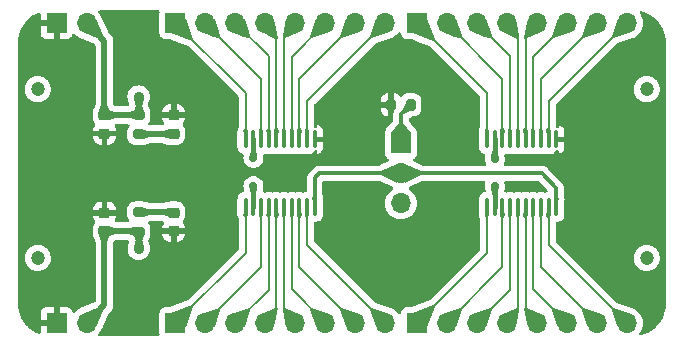
<source format=gtl>
%TF.GenerationSoftware,KiCad,Pcbnew,7.0.11*%
%TF.CreationDate,2024-03-13T01:45:22+08:00*%
%TF.ProjectId,UINIO-Signal-Translator,55494e49-4f2d-4536-9967-6e616c2d5472,Version 2.0.0*%
%TF.SameCoordinates,PX78a63b0PY57fedb0*%
%TF.FileFunction,Copper,L1,Top*%
%TF.FilePolarity,Positive*%
%FSLAX46Y46*%
G04 Gerber Fmt 4.6, Leading zero omitted, Abs format (unit mm)*
G04 Created by KiCad (PCBNEW 7.0.11) date 2024-03-13 01:45:22*
%MOMM*%
%LPD*%
G01*
G04 APERTURE LIST*
G04 Aperture macros list*
%AMRoundRect*
0 Rectangle with rounded corners*
0 $1 Rounding radius*
0 $2 $3 $4 $5 $6 $7 $8 $9 X,Y pos of 4 corners*
0 Add a 4 corners polygon primitive as box body*
4,1,4,$2,$3,$4,$5,$6,$7,$8,$9,$2,$3,0*
0 Add four circle primitives for the rounded corners*
1,1,$1+$1,$2,$3*
1,1,$1+$1,$4,$5*
1,1,$1+$1,$6,$7*
1,1,$1+$1,$8,$9*
0 Add four rect primitives between the rounded corners*
20,1,$1+$1,$2,$3,$4,$5,0*
20,1,$1+$1,$4,$5,$6,$7,0*
20,1,$1+$1,$6,$7,$8,$9,0*
20,1,$1+$1,$8,$9,$2,$3,0*%
G04 Aperture macros list end*
%TA.AperFunction,ComponentPad*%
%ADD10R,1.700000X1.700000*%
%TD*%
%TA.AperFunction,ComponentPad*%
%ADD11O,1.700000X1.700000*%
%TD*%
%TA.AperFunction,SMDPad,CuDef*%
%ADD12RoundRect,0.218750X-0.256250X0.218750X-0.256250X-0.218750X0.256250X-0.218750X0.256250X0.218750X0*%
%TD*%
%TA.AperFunction,ComponentPad*%
%ADD13C,1.200000*%
%TD*%
%TA.AperFunction,SMDPad,CuDef*%
%ADD14RoundRect,0.200000X-0.275000X0.200000X-0.275000X-0.200000X0.275000X-0.200000X0.275000X0.200000X0*%
%TD*%
%TA.AperFunction,SMDPad,CuDef*%
%ADD15RoundRect,0.218750X0.256250X-0.218750X0.256250X0.218750X-0.256250X0.218750X-0.256250X-0.218750X0*%
%TD*%
%TA.AperFunction,SMDPad,CuDef*%
%ADD16RoundRect,0.200000X0.275000X-0.200000X0.275000X0.200000X-0.275000X0.200000X-0.275000X-0.200000X0*%
%TD*%
%TA.AperFunction,SMDPad,CuDef*%
%ADD17RoundRect,0.100000X0.100000X-0.637500X0.100000X0.637500X-0.100000X0.637500X-0.100000X-0.637500X0*%
%TD*%
%TA.AperFunction,SMDPad,CuDef*%
%ADD18RoundRect,0.225000X0.250000X-0.225000X0.250000X0.225000X-0.250000X0.225000X-0.250000X-0.225000X0*%
%TD*%
%TA.AperFunction,SMDPad,CuDef*%
%ADD19RoundRect,0.225000X-0.250000X0.225000X-0.250000X-0.225000X0.250000X-0.225000X0.250000X0.225000X0*%
%TD*%
%TA.AperFunction,SMDPad,CuDef*%
%ADD20RoundRect,0.200000X-0.200000X-0.275000X0.200000X-0.275000X0.200000X0.275000X-0.200000X0.275000X0*%
%TD*%
%TA.AperFunction,ViaPad*%
%ADD21C,0.700000*%
%TD*%
%TA.AperFunction,ViaPad*%
%ADD22C,0.900000*%
%TD*%
%TA.AperFunction,Conductor*%
%ADD23C,0.400000*%
%TD*%
%TA.AperFunction,Conductor*%
%ADD24C,0.500000*%
%TD*%
%TA.AperFunction,Conductor*%
%ADD25C,0.200000*%
%TD*%
%TA.AperFunction,Conductor*%
%ADD26C,0.300000*%
%TD*%
G04 APERTURE END LIST*
D10*
%TO.P,J1,1,Pin_1*%
%TO.N,GND*%
X505000Y-26750000D03*
D11*
%TO.P,J1,2,Pin_2*%
%TO.N,/VCCA*%
X3045000Y-26750000D03*
%TD*%
D12*
%TO.P,D2,1,K*%
%TO.N,GND*%
X10420000Y-9135833D03*
%TO.P,D2,2,A*%
%TO.N,Net-(D2-A)*%
X10420000Y-10710833D03*
%TD*%
D13*
%TO.P,HOLE\u002A\u002A,*%
%TO.N,*%
X-1090000Y-6930000D03*
%TD*%
D10*
%TO.P,J4,1,Pin_1*%
%TO.N,Net-(J4-Pin_1)*%
X10570000Y-1350000D03*
D11*
%TO.P,J4,2,Pin_2*%
%TO.N,Net-(J4-Pin_2)*%
X13110000Y-1350000D03*
%TO.P,J4,3,Pin_3*%
%TO.N,Net-(J4-Pin_3)*%
X15650000Y-1350000D03*
%TO.P,J4,4,Pin_4*%
%TO.N,Net-(J4-Pin_4)*%
X18190000Y-1350000D03*
%TO.P,J4,5,Pin_5*%
%TO.N,Net-(J4-Pin_5)*%
X20730000Y-1350000D03*
%TO.P,J4,6,Pin_6*%
%TO.N,Net-(J4-Pin_6)*%
X23270000Y-1350000D03*
%TO.P,J4,7,Pin_7*%
%TO.N,Net-(J4-Pin_7)*%
X25810000Y-1350000D03*
%TO.P,J4,8,Pin_8*%
%TO.N,Net-(J4-Pin_8)*%
X28350000Y-1350000D03*
%TD*%
D14*
%TO.P,R2,1*%
%TO.N,/VCCB*%
X7470000Y-9118333D03*
%TO.P,R2,2*%
%TO.N,Net-(D2-A)*%
X7470000Y-10768333D03*
%TD*%
D15*
%TO.P,D1,1,K*%
%TO.N,GND*%
X10420000Y-18964166D03*
%TO.P,D1,2,A*%
%TO.N,Net-(D1-A)*%
X10420000Y-17389166D03*
%TD*%
D16*
%TO.P,R1,1*%
%TO.N,/VCCA*%
X7470000Y-19001666D03*
%TO.P,R1,2*%
%TO.N,Net-(D1-A)*%
X7470000Y-17351666D03*
%TD*%
D13*
%TO.P,HOLE\u002A\u002A,*%
%TO.N,*%
X-1080000Y-21230000D03*
%TD*%
D10*
%TO.P,J6,1,Pin_1*%
%TO.N,Net-(J6-Pin_1)*%
X29665000Y-11525000D03*
D11*
%TO.P,J6,2,Pin_2*%
%TO.N,/OE*%
X29665000Y-14065000D03*
%TO.P,J6,3,Pin_3*%
%TO.N,/VCCA*%
X29665000Y-16605000D03*
%TD*%
D10*
%TO.P,J7,1,Pin_1*%
%TO.N,Net-(J7-Pin_1)*%
X31010000Y-1350000D03*
D11*
%TO.P,J7,2,Pin_2*%
%TO.N,Net-(J7-Pin_2)*%
X33550000Y-1350000D03*
%TO.P,J7,3,Pin_3*%
%TO.N,Net-(J7-Pin_3)*%
X36090000Y-1350000D03*
%TO.P,J7,4,Pin_4*%
%TO.N,Net-(J7-Pin_4)*%
X38630000Y-1350000D03*
%TO.P,J7,5,Pin_5*%
%TO.N,Net-(J7-Pin_5)*%
X41170000Y-1350000D03*
%TO.P,J7,6,Pin_6*%
%TO.N,Net-(J7-Pin_6)*%
X43710000Y-1350000D03*
%TO.P,J7,7,Pin_7*%
%TO.N,Net-(J7-Pin_7)*%
X46250000Y-1350000D03*
%TO.P,J7,8,Pin_8*%
%TO.N,Net-(J7-Pin_8)*%
X48790000Y-1350000D03*
%TD*%
D10*
%TO.P,J2,1,Pin_1*%
%TO.N,Net-(J2-Pin_1)*%
X10570000Y-26750000D03*
D11*
%TO.P,J2,2,Pin_2*%
%TO.N,Net-(J2-Pin_2)*%
X13110000Y-26750000D03*
%TO.P,J2,3,Pin_3*%
%TO.N,Net-(J2-Pin_3)*%
X15650000Y-26750000D03*
%TO.P,J2,4,Pin_4*%
%TO.N,Net-(J2-Pin_4)*%
X18190000Y-26750000D03*
%TO.P,J2,5,Pin_5*%
%TO.N,Net-(J2-Pin_5)*%
X20730000Y-26750000D03*
%TO.P,J2,6,Pin_6*%
%TO.N,Net-(J2-Pin_6)*%
X23270000Y-26750000D03*
%TO.P,J2,7,Pin_7*%
%TO.N,Net-(J2-Pin_7)*%
X25810000Y-26750000D03*
%TO.P,J2,8,Pin_8*%
%TO.N,Net-(J2-Pin_8)*%
X28350000Y-26750000D03*
%TD*%
D17*
%TO.P,U1,1,A1*%
%TO.N,Net-(J2-Pin_1)*%
X16520000Y-16912500D03*
%TO.P,U1,2,VCCA*%
%TO.N,/VCCA*%
X17170000Y-16912500D03*
%TO.P,U1,3,A2*%
%TO.N,Net-(J2-Pin_2)*%
X17820000Y-16912500D03*
%TO.P,U1,4,A3*%
%TO.N,Net-(J2-Pin_3)*%
X18470000Y-16912500D03*
%TO.P,U1,5,A4*%
%TO.N,Net-(J2-Pin_4)*%
X19120000Y-16912500D03*
%TO.P,U1,6,A5*%
%TO.N,Net-(J2-Pin_5)*%
X19770000Y-16912500D03*
%TO.P,U1,7,A6*%
%TO.N,Net-(J2-Pin_6)*%
X20420000Y-16912500D03*
%TO.P,U1,8,A7*%
%TO.N,Net-(J2-Pin_7)*%
X21070000Y-16912500D03*
%TO.P,U1,9,A8*%
%TO.N,Net-(J2-Pin_8)*%
X21720000Y-16912500D03*
%TO.P,U1,10,OE*%
%TO.N,/OE*%
X22370000Y-16912500D03*
%TO.P,U1,11,GND*%
%TO.N,GND*%
X22370000Y-11187500D03*
%TO.P,U1,12,B8*%
%TO.N,Net-(J4-Pin_8)*%
X21720000Y-11187500D03*
%TO.P,U1,13,B7*%
%TO.N,Net-(J4-Pin_7)*%
X21070000Y-11187500D03*
%TO.P,U1,14,B6*%
%TO.N,Net-(J4-Pin_6)*%
X20420000Y-11187500D03*
%TO.P,U1,15,B5*%
%TO.N,Net-(J4-Pin_5)*%
X19770000Y-11187500D03*
%TO.P,U1,16,B4*%
%TO.N,Net-(J4-Pin_4)*%
X19120000Y-11187500D03*
%TO.P,U1,17,B3*%
%TO.N,Net-(J4-Pin_3)*%
X18470000Y-11187500D03*
%TO.P,U1,18,B2*%
%TO.N,Net-(J4-Pin_2)*%
X17820000Y-11187500D03*
%TO.P,U1,19,VCCB*%
%TO.N,/VCCB*%
X17170000Y-11187500D03*
%TO.P,U1,20,B1*%
%TO.N,Net-(J4-Pin_1)*%
X16520000Y-11187500D03*
%TD*%
D18*
%TO.P,C2,1*%
%TO.N,GND*%
X4560000Y-10698333D03*
%TO.P,C2,2*%
%TO.N,/VCCB*%
X4560000Y-9148333D03*
%TD*%
D19*
%TO.P,C1,1*%
%TO.N,GND*%
X4560000Y-17401666D03*
%TO.P,C1,2*%
%TO.N,/VCCA*%
X4560000Y-18951666D03*
%TD*%
D17*
%TO.P,U2,1,A1*%
%TO.N,Net-(J5-Pin_1)*%
X36960000Y-16912500D03*
%TO.P,U2,2,VCCA*%
%TO.N,/VCCA*%
X37610000Y-16912500D03*
%TO.P,U2,3,A2*%
%TO.N,Net-(J5-Pin_2)*%
X38260000Y-16912500D03*
%TO.P,U2,4,A3*%
%TO.N,Net-(J5-Pin_3)*%
X38910000Y-16912500D03*
%TO.P,U2,5,A4*%
%TO.N,Net-(J5-Pin_4)*%
X39560000Y-16912500D03*
%TO.P,U2,6,A5*%
%TO.N,Net-(J5-Pin_5)*%
X40210000Y-16912500D03*
%TO.P,U2,7,A6*%
%TO.N,Net-(J5-Pin_6)*%
X40860000Y-16912500D03*
%TO.P,U2,8,A7*%
%TO.N,Net-(J5-Pin_7)*%
X41510000Y-16912500D03*
%TO.P,U2,9,A8*%
%TO.N,Net-(J5-Pin_8)*%
X42160000Y-16912500D03*
%TO.P,U2,10,OE*%
%TO.N,/OE*%
X42810000Y-16912500D03*
%TO.P,U2,11,GND*%
%TO.N,GND*%
X42810000Y-11187500D03*
%TO.P,U2,12,B8*%
%TO.N,Net-(J7-Pin_8)*%
X42160000Y-11187500D03*
%TO.P,U2,13,B7*%
%TO.N,Net-(J7-Pin_7)*%
X41510000Y-11187500D03*
%TO.P,U2,14,B6*%
%TO.N,Net-(J7-Pin_6)*%
X40860000Y-11187500D03*
%TO.P,U2,15,B5*%
%TO.N,Net-(J7-Pin_5)*%
X40210000Y-11187500D03*
%TO.P,U2,16,B4*%
%TO.N,Net-(J7-Pin_4)*%
X39560000Y-11187500D03*
%TO.P,U2,17,B3*%
%TO.N,Net-(J7-Pin_3)*%
X38910000Y-11187500D03*
%TO.P,U2,18,B2*%
%TO.N,Net-(J7-Pin_2)*%
X38260000Y-11187500D03*
%TO.P,U2,19,VCCB*%
%TO.N,/VCCB*%
X37610000Y-11187500D03*
%TO.P,U2,20,B1*%
%TO.N,Net-(J7-Pin_1)*%
X36960000Y-11187500D03*
%TD*%
D13*
%TO.P,HOLE\u002A\u002A,*%
%TO.N,*%
X50470000Y-21230000D03*
%TD*%
D10*
%TO.P,J3,1,Pin_1*%
%TO.N,GND*%
X505000Y-1350000D03*
D11*
%TO.P,J3,2,Pin_2*%
%TO.N,/VCCB*%
X3045000Y-1350000D03*
%TD*%
D13*
%TO.P,HOLE\u002A\u002A,*%
%TO.N,*%
X50470000Y-6930000D03*
%TD*%
D10*
%TO.P,J5,1,Pin_1*%
%TO.N,Net-(J5-Pin_1)*%
X31010000Y-26750000D03*
D11*
%TO.P,J5,2,Pin_2*%
%TO.N,Net-(J5-Pin_2)*%
X33550000Y-26750000D03*
%TO.P,J5,3,Pin_3*%
%TO.N,Net-(J5-Pin_3)*%
X36090000Y-26750000D03*
%TO.P,J5,4,Pin_4*%
%TO.N,Net-(J5-Pin_4)*%
X38630000Y-26750000D03*
%TO.P,J5,5,Pin_5*%
%TO.N,Net-(J5-Pin_5)*%
X41170000Y-26750000D03*
%TO.P,J5,6,Pin_6*%
%TO.N,Net-(J5-Pin_6)*%
X43710000Y-26750000D03*
%TO.P,J5,7,Pin_7*%
%TO.N,Net-(J5-Pin_7)*%
X46250000Y-26750000D03*
%TO.P,J5,8,Pin_8*%
%TO.N,Net-(J5-Pin_8)*%
X48790000Y-26750000D03*
%TD*%
D20*
%TO.P,R3,1*%
%TO.N,GND*%
X28840000Y-8260000D03*
%TO.P,R3,2*%
%TO.N,Net-(J6-Pin_1)*%
X30490000Y-8260000D03*
%TD*%
D21*
%TO.N,GND*%
X41020000Y-12940000D03*
X39860000Y-12940000D03*
X39860000Y-15170000D03*
X41020000Y-15170000D03*
X29665000Y-20995000D03*
X29665000Y-20140000D03*
X29665000Y-21850000D03*
%TO.N,/VCCA*%
X37620000Y-15170000D03*
D22*
X7470000Y-20480000D03*
D21*
X17170000Y-15170000D03*
%TO.N,/VCCB*%
X17170000Y-12750000D03*
D22*
X7460000Y-7570000D03*
D21*
X37610000Y-12840000D03*
%TD*%
D23*
%TO.N,/VCCA*%
X37610000Y-15180000D02*
X37620000Y-15170000D01*
D24*
X4560000Y-18951666D02*
X7420000Y-18951666D01*
X3045000Y-26750000D02*
X4560000Y-25235000D01*
X4560000Y-25235000D02*
X4560000Y-18951666D01*
D23*
X37610000Y-16912500D02*
X37610000Y-15180000D01*
X17170000Y-16912500D02*
X17170000Y-15170000D01*
D24*
X7470000Y-19001666D02*
X7470000Y-20480000D01*
%TO.N,/VCCB*%
X7470000Y-9118333D02*
X7470000Y-7580000D01*
X3045000Y-1350000D02*
X4560000Y-2865000D01*
D23*
X37610000Y-12840000D02*
X37610000Y-11187500D01*
X17170000Y-12750000D02*
X17170000Y-11187500D01*
D24*
X4560000Y-2865000D02*
X4560000Y-9148333D01*
X4560000Y-9148333D02*
X7440000Y-9148333D01*
X7470000Y-7580000D02*
X7460000Y-7570000D01*
%TO.N,Net-(D1-A)*%
X7470000Y-17351666D02*
X10382500Y-17351666D01*
%TO.N,Net-(D2-A)*%
X7470000Y-10768333D02*
X10362500Y-10768333D01*
D25*
%TO.N,Net-(J2-Pin_1)*%
X16520000Y-20800000D02*
X10570000Y-26750000D01*
X16520000Y-16912500D02*
X16520000Y-20800000D01*
%TO.N,Net-(J2-Pin_2)*%
X17820000Y-16912500D02*
X17820000Y-22040000D01*
X17820000Y-22040000D02*
X13110000Y-26750000D01*
%TO.N,Net-(J2-Pin_3)*%
X18470000Y-16912500D02*
X18470000Y-23930000D01*
X18470000Y-23930000D02*
X15650000Y-26750000D01*
%TO.N,Net-(J2-Pin_4)*%
X19120000Y-25820000D02*
X18190000Y-26750000D01*
X19120000Y-16912500D02*
X19120000Y-25820000D01*
%TO.N,Net-(J2-Pin_5)*%
X19770000Y-25790000D02*
X20730000Y-26750000D01*
X19770000Y-16912500D02*
X19770000Y-25790000D01*
%TO.N,Net-(J2-Pin_6)*%
X20420000Y-23900000D02*
X23270000Y-26750000D01*
X20420000Y-16912500D02*
X20420000Y-23900000D01*
%TO.N,Net-(J2-Pin_7)*%
X21070000Y-16912500D02*
X21070000Y-22010000D01*
X21070000Y-22010000D02*
X25810000Y-26750000D01*
%TO.N,Net-(J2-Pin_8)*%
X21720000Y-20120000D02*
X28350000Y-26750000D01*
X21720000Y-16912500D02*
X21720000Y-20120000D01*
%TO.N,Net-(J4-Pin_1)*%
X16520000Y-11187500D02*
X16520000Y-7300000D01*
X16520000Y-7300000D02*
X10570000Y-1350000D01*
%TO.N,Net-(J4-Pin_2)*%
X17820000Y-11187500D02*
X17820000Y-6060000D01*
X17820000Y-6060000D02*
X13110000Y-1350000D01*
%TO.N,Net-(J4-Pin_3)*%
X18470000Y-4170000D02*
X15650000Y-1350000D01*
X18470000Y-11187500D02*
X18470000Y-4170000D01*
%TO.N,Net-(J4-Pin_4)*%
X19120000Y-2280000D02*
X18190000Y-1350000D01*
X19120000Y-11187500D02*
X19120000Y-2280000D01*
%TO.N,Net-(J4-Pin_5)*%
X19770000Y-11187500D02*
X19770000Y-2310000D01*
X19770000Y-2310000D02*
X20730000Y-1350000D01*
%TO.N,Net-(J4-Pin_6)*%
X20420000Y-4200000D02*
X23270000Y-1350000D01*
X20420000Y-11187500D02*
X20420000Y-4200000D01*
%TO.N,Net-(J4-Pin_7)*%
X21070000Y-11187500D02*
X21070000Y-6090000D01*
X21070000Y-6090000D02*
X25810000Y-1350000D01*
%TO.N,Net-(J4-Pin_8)*%
X21720000Y-7980000D02*
X28350000Y-1350000D01*
X21720000Y-11187500D02*
X21720000Y-7980000D01*
%TO.N,Net-(J5-Pin_1)*%
X36960000Y-20800000D02*
X31010000Y-26750000D01*
X36960000Y-16912500D02*
X36960000Y-20800000D01*
%TO.N,Net-(J5-Pin_2)*%
X38260000Y-22040000D02*
X33550000Y-26750000D01*
X38260000Y-16912500D02*
X38260000Y-22040000D01*
%TO.N,Net-(J5-Pin_3)*%
X38910000Y-16912500D02*
X38910000Y-23930000D01*
X38910000Y-23930000D02*
X36090000Y-26750000D01*
%TO.N,Net-(J5-Pin_4)*%
X39560000Y-25820000D02*
X38630000Y-26750000D01*
X39560000Y-16912500D02*
X39560000Y-25820000D01*
%TO.N,Net-(J5-Pin_5)*%
X40210000Y-16912500D02*
X40210000Y-25790000D01*
X40210000Y-25790000D02*
X41170000Y-26750000D01*
%TO.N,Net-(J5-Pin_6)*%
X40860000Y-23900000D02*
X43710000Y-26750000D01*
X40860000Y-16912500D02*
X40860000Y-23900000D01*
%TO.N,Net-(J5-Pin_7)*%
X41510000Y-22010000D02*
X46250000Y-26750000D01*
X41510000Y-16912500D02*
X41510000Y-22010000D01*
%TO.N,Net-(J5-Pin_8)*%
X42160000Y-16912500D02*
X42160000Y-20120000D01*
X42160000Y-20120000D02*
X48790000Y-26750000D01*
D26*
%TO.N,/OE*%
X22370000Y-16912500D02*
X22370000Y-14460000D01*
X42810000Y-15310000D02*
X41565000Y-14065000D01*
X41565000Y-14065000D02*
X29665000Y-14065000D01*
X22765000Y-14065000D02*
X29665000Y-14065000D01*
X22370000Y-14460000D02*
X22765000Y-14065000D01*
X42810000Y-16912500D02*
X42810000Y-15310000D01*
D25*
%TO.N,Net-(J7-Pin_1)*%
X36960000Y-11187500D02*
X36960000Y-7300000D01*
X36960000Y-7300000D02*
X31010000Y-1350000D01*
%TO.N,Net-(J7-Pin_2)*%
X38260000Y-6060000D02*
X33550000Y-1350000D01*
X38260000Y-11187500D02*
X38260000Y-6060000D01*
%TO.N,Net-(J7-Pin_3)*%
X38910000Y-11187500D02*
X38910000Y-4170000D01*
X38910000Y-4170000D02*
X36090000Y-1350000D01*
%TO.N,Net-(J7-Pin_4)*%
X39560000Y-11187500D02*
X39560000Y-2280000D01*
X39560000Y-2280000D02*
X38630000Y-1350000D01*
%TO.N,Net-(J7-Pin_5)*%
X40210000Y-2310000D02*
X41170000Y-1350000D01*
X40210000Y-11187500D02*
X40210000Y-2310000D01*
%TO.N,Net-(J7-Pin_6)*%
X40860000Y-11187500D02*
X40860000Y-4200000D01*
X40860000Y-4200000D02*
X43710000Y-1350000D01*
%TO.N,Net-(J7-Pin_7)*%
X41510000Y-11187500D02*
X41510000Y-6090000D01*
X41510000Y-6090000D02*
X46250000Y-1350000D01*
%TO.N,Net-(J7-Pin_8)*%
X42160000Y-11187500D02*
X42160000Y-7980000D01*
X42160000Y-7980000D02*
X48790000Y-1350000D01*
D26*
%TO.N,Net-(J6-Pin_1)*%
X29665000Y-11525000D02*
X29665000Y-9085000D01*
X29665000Y-9085000D02*
X30490000Y-8260000D01*
%TD*%
%TA.AperFunction,Conductor*%
%TO.N,Net-(J4-Pin_5)*%
G36*
X20730445Y-1352426D02*
G01*
X20732993Y-1356236D01*
X21050892Y-2124690D01*
X21050888Y-2133645D01*
X21044759Y-2139887D01*
X19872237Y-2651380D01*
X19867559Y-2652356D01*
X19683738Y-2652356D01*
X19675465Y-2648929D01*
X19672038Y-2640656D01*
X19672187Y-2638793D01*
X19676810Y-2610120D01*
X19878416Y-1359823D01*
X19883115Y-1352203D01*
X19889951Y-1349988D01*
X20722168Y-1349009D01*
X20730445Y-1352426D01*
G37*
%TD.AperFunction*%
%TD*%
%TA.AperFunction,Conductor*%
%TO.N,/VCCA*%
G36*
X37624478Y-15170868D02*
G01*
X37918483Y-15293558D01*
X37934192Y-15300114D01*
X37940507Y-15306463D01*
X37941072Y-15313604D01*
X37812130Y-15859003D01*
X37806892Y-15866266D01*
X37800744Y-15868011D01*
X37419583Y-15868011D01*
X37411310Y-15864584D01*
X37408112Y-15858616D01*
X37298532Y-15313346D01*
X37300262Y-15304560D01*
X37305495Y-15300244D01*
X37615494Y-15170879D01*
X37624449Y-15170857D01*
X37624478Y-15170868D01*
G37*
%TD.AperFunction*%
%TD*%
%TA.AperFunction,Conductor*%
%TO.N,Net-(J7-Pin_2)*%
G36*
X38359995Y-10253427D02*
G01*
X38362755Y-10257806D01*
X38451148Y-10508221D01*
X38451369Y-10515314D01*
X38271254Y-11148911D01*
X38265696Y-11155932D01*
X38256801Y-11156966D01*
X38249780Y-11151408D01*
X38248746Y-11148911D01*
X38068630Y-10515314D01*
X38068851Y-10508221D01*
X38157245Y-10257806D01*
X38163230Y-10251145D01*
X38168278Y-10250000D01*
X38351722Y-10250000D01*
X38359995Y-10253427D01*
G37*
%TD.AperFunction*%
%TD*%
%TA.AperFunction,Conductor*%
%TO.N,Net-(J2-Pin_5)*%
G36*
X19872237Y-25448620D02*
G01*
X21044759Y-25960112D01*
X21050972Y-25966561D01*
X21050892Y-25975309D01*
X20732993Y-26743763D01*
X20726664Y-26750097D01*
X20722168Y-26750990D01*
X19889952Y-26750011D01*
X19881683Y-26746574D01*
X19878415Y-26740175D01*
X19672187Y-25461207D01*
X19674253Y-25452493D01*
X19681875Y-25447793D01*
X19683738Y-25447644D01*
X19867559Y-25447644D01*
X19872237Y-25448620D01*
G37*
%TD.AperFunction*%
%TD*%
%TA.AperFunction,Conductor*%
%TO.N,Net-(J4-Pin_4)*%
G36*
X19029804Y-1349988D02*
G01*
X19038073Y-1353425D01*
X19041382Y-1360101D01*
X19218181Y-2651495D01*
X19215908Y-2660157D01*
X19208176Y-2664674D01*
X19206589Y-2664782D01*
X19022553Y-2664782D01*
X19017678Y-2663718D01*
X19009908Y-2660157D01*
X17874962Y-2139992D01*
X17868870Y-2133431D01*
X17869027Y-2124884D01*
X18187006Y-1356235D01*
X18193335Y-1349902D01*
X18197829Y-1349009D01*
X19029804Y-1349988D01*
G37*
%TD.AperFunction*%
%TD*%
%TA.AperFunction,Conductor*%
%TO.N,Net-(J5-Pin_8)*%
G36*
X42170220Y-16948591D02*
G01*
X42171254Y-16951088D01*
X42351369Y-17584685D01*
X42351148Y-17591778D01*
X42262755Y-17842194D01*
X42256770Y-17848855D01*
X42251722Y-17850000D01*
X42068278Y-17850000D01*
X42060005Y-17846573D01*
X42057245Y-17842194D01*
X41968851Y-17591778D01*
X41968630Y-17584686D01*
X42148746Y-16951087D01*
X42154304Y-16944067D01*
X42163199Y-16943033D01*
X42170220Y-16948591D01*
G37*
%TD.AperFunction*%
%TD*%
%TA.AperFunction,Conductor*%
%TO.N,Net-(J5-Pin_2)*%
G36*
X34683437Y-25480129D02*
G01*
X34686490Y-25482327D01*
X34817672Y-25613509D01*
X34821099Y-25621782D01*
X34820494Y-25625495D01*
X34339275Y-27063396D01*
X34333400Y-27070154D01*
X34324467Y-27070778D01*
X34323714Y-27070497D01*
X33553785Y-26752562D01*
X33547447Y-26746238D01*
X33229502Y-25976284D01*
X33229511Y-25967330D01*
X33235850Y-25961005D01*
X33236581Y-25960731D01*
X34674506Y-25479505D01*
X34683437Y-25480129D01*
G37*
%TD.AperFunction*%
%TD*%
%TA.AperFunction,Conductor*%
%TO.N,Net-(J2-Pin_8)*%
G36*
X21730220Y-16948591D02*
G01*
X21731254Y-16951088D01*
X21911369Y-17584685D01*
X21911148Y-17591778D01*
X21822755Y-17842194D01*
X21816770Y-17848855D01*
X21811722Y-17850000D01*
X21628278Y-17850000D01*
X21620005Y-17846573D01*
X21617245Y-17842194D01*
X21528851Y-17591778D01*
X21528630Y-17584686D01*
X21708746Y-16951087D01*
X21714304Y-16944067D01*
X21723199Y-16943033D01*
X21730220Y-16948591D01*
G37*
%TD.AperFunction*%
%TD*%
%TA.AperFunction,Conductor*%
%TO.N,Net-(J7-Pin_4)*%
G36*
X39659995Y-10253427D02*
G01*
X39662755Y-10257806D01*
X39751148Y-10508221D01*
X39751369Y-10515314D01*
X39571254Y-11148911D01*
X39565696Y-11155932D01*
X39556801Y-11156966D01*
X39549780Y-11151408D01*
X39548746Y-11148911D01*
X39368630Y-10515314D01*
X39368851Y-10508221D01*
X39457245Y-10257806D01*
X39463230Y-10251145D01*
X39468278Y-10250000D01*
X39651722Y-10250000D01*
X39659995Y-10253427D01*
G37*
%TD.AperFunction*%
%TD*%
%TA.AperFunction,Conductor*%
%TO.N,Net-(D2-A)*%
G36*
X10074604Y-10297594D02*
G01*
X10078940Y-10300836D01*
X10415723Y-10704508D01*
X10418392Y-10713056D01*
X10416825Y-10717933D01*
X10167960Y-11141171D01*
X10160812Y-11146566D01*
X10155600Y-11146718D01*
X9516926Y-11020200D01*
X9509477Y-11015231D01*
X9507500Y-11008723D01*
X9507500Y-10526285D01*
X9510927Y-10518012D01*
X9514892Y-10515407D01*
X10065653Y-10297452D01*
X10074604Y-10297594D01*
G37*
%TD.AperFunction*%
%TD*%
%TA.AperFunction,Conductor*%
%TO.N,/VCCB*%
G36*
X3828678Y-1029094D02*
G01*
X3834900Y-1035192D01*
X4420639Y-2367981D01*
X4420831Y-2376933D01*
X4418201Y-2380961D01*
X4075961Y-2723201D01*
X4067688Y-2726628D01*
X4062981Y-2725639D01*
X2730192Y-2139900D01*
X2723996Y-2133434D01*
X2724084Y-2124725D01*
X3042438Y-1353783D01*
X3048759Y-1347448D01*
X3819725Y-1029085D01*
X3828678Y-1029094D01*
G37*
%TD.AperFunction*%
%TD*%
%TA.AperFunction,Conductor*%
%TO.N,/VCCB*%
G36*
X17368848Y-12053427D02*
G01*
X17372007Y-12059209D01*
X17491280Y-12606529D01*
X17489693Y-12615342D01*
X17484354Y-12619818D01*
X17174506Y-12749119D01*
X17165551Y-12749142D01*
X17165494Y-12749119D01*
X16855645Y-12619818D01*
X16849330Y-12613469D01*
X16848719Y-12606529D01*
X16967993Y-12059209D01*
X16973103Y-12051855D01*
X16979425Y-12050000D01*
X17360575Y-12050000D01*
X17368848Y-12053427D01*
G37*
%TD.AperFunction*%
%TD*%
%TA.AperFunction,Conductor*%
%TO.N,Net-(J7-Pin_4)*%
G36*
X39469804Y-1349988D02*
G01*
X39478073Y-1353425D01*
X39481382Y-1360101D01*
X39658181Y-2651495D01*
X39655908Y-2660157D01*
X39648176Y-2664674D01*
X39646589Y-2664782D01*
X39462553Y-2664782D01*
X39457678Y-2663718D01*
X39449908Y-2660157D01*
X38314962Y-2139992D01*
X38308870Y-2133431D01*
X38309027Y-2124884D01*
X38627006Y-1356235D01*
X38633335Y-1349902D01*
X38637829Y-1349009D01*
X39469804Y-1349988D01*
G37*
%TD.AperFunction*%
%TD*%
%TA.AperFunction,Conductor*%
%TO.N,Net-(J6-Pin_1)*%
G36*
X30100016Y-8098437D02*
G01*
X30484844Y-8256879D01*
X30491189Y-8263197D01*
X30491885Y-8265523D01*
X30578966Y-8725914D01*
X30577137Y-8734679D01*
X30572241Y-8738771D01*
X29949112Y-9017086D01*
X29940161Y-9017331D01*
X29936068Y-9014676D01*
X29735617Y-8814225D01*
X29732190Y-8805952D01*
X29733445Y-8800680D01*
X30085118Y-8103985D01*
X30091905Y-8098143D01*
X30100016Y-8098437D01*
G37*
%TD.AperFunction*%
%TD*%
%TA.AperFunction,Conductor*%
%TO.N,Net-(J7-Pin_6)*%
G36*
X40959995Y-10253427D02*
G01*
X40962755Y-10257806D01*
X41051148Y-10508221D01*
X41051369Y-10515314D01*
X40871254Y-11148911D01*
X40865696Y-11155932D01*
X40856801Y-11156966D01*
X40849780Y-11151408D01*
X40848746Y-11148911D01*
X40668630Y-10515314D01*
X40668851Y-10508221D01*
X40757245Y-10257806D01*
X40763230Y-10251145D01*
X40768278Y-10250000D01*
X40951722Y-10250000D01*
X40959995Y-10253427D01*
G37*
%TD.AperFunction*%
%TD*%
%TA.AperFunction,Conductor*%
%TO.N,Net-(J7-Pin_5)*%
G36*
X40309995Y-10253427D02*
G01*
X40312755Y-10257806D01*
X40401148Y-10508221D01*
X40401369Y-10515314D01*
X40221254Y-11148911D01*
X40215696Y-11155932D01*
X40206801Y-11156966D01*
X40199780Y-11151408D01*
X40198746Y-11148911D01*
X40018630Y-10515314D01*
X40018851Y-10508221D01*
X40107245Y-10257806D01*
X40113230Y-10251145D01*
X40118278Y-10250000D01*
X40301722Y-10250000D01*
X40309995Y-10253427D01*
G37*
%TD.AperFunction*%
%TD*%
%TA.AperFunction,Conductor*%
%TO.N,Net-(J4-Pin_6)*%
G36*
X22496282Y-1029501D02*
G01*
X23266215Y-1347438D01*
X23272552Y-1353761D01*
X23272562Y-1353785D01*
X23590497Y-2123714D01*
X23590488Y-2132669D01*
X23584149Y-2138994D01*
X23583396Y-2139275D01*
X22145495Y-2620494D01*
X22136562Y-2619870D01*
X22133509Y-2617672D01*
X22002327Y-2486490D01*
X21998900Y-2478217D01*
X21999503Y-2474510D01*
X22480725Y-1036601D01*
X22486599Y-1029845D01*
X22495532Y-1029221D01*
X22496282Y-1029501D01*
G37*
%TD.AperFunction*%
%TD*%
%TA.AperFunction,Conductor*%
%TO.N,Net-(J2-Pin_5)*%
G36*
X19780220Y-16948591D02*
G01*
X19781254Y-16951088D01*
X19961369Y-17584685D01*
X19961148Y-17591778D01*
X19872755Y-17842194D01*
X19866770Y-17848855D01*
X19861722Y-17850000D01*
X19678278Y-17850000D01*
X19670005Y-17846573D01*
X19667245Y-17842194D01*
X19578851Y-17591778D01*
X19578630Y-17584686D01*
X19758746Y-16951087D01*
X19764304Y-16944067D01*
X19773199Y-16943033D01*
X19780220Y-16948591D01*
G37*
%TD.AperFunction*%
%TD*%
%TA.AperFunction,Conductor*%
%TO.N,Net-(J7-Pin_1)*%
G36*
X37059995Y-10253427D02*
G01*
X37062755Y-10257806D01*
X37151148Y-10508221D01*
X37151369Y-10515314D01*
X36971254Y-11148911D01*
X36965696Y-11155932D01*
X36956801Y-11156966D01*
X36949780Y-11151408D01*
X36948746Y-11148911D01*
X36768630Y-10515314D01*
X36768851Y-10508221D01*
X36857245Y-10257806D01*
X36863230Y-10251145D01*
X36868278Y-10250000D01*
X37051722Y-10250000D01*
X37059995Y-10253427D01*
G37*
%TD.AperFunction*%
%TD*%
%TA.AperFunction,Conductor*%
%TO.N,/VCCA*%
G36*
X17174478Y-15170868D02*
G01*
X17484354Y-15300181D01*
X17490669Y-15306530D01*
X17491280Y-15313470D01*
X17372007Y-15860791D01*
X17366897Y-15868145D01*
X17360575Y-15870000D01*
X16979425Y-15870000D01*
X16971152Y-15866573D01*
X16967993Y-15860791D01*
X16848719Y-15313470D01*
X16850306Y-15304657D01*
X16855642Y-15300182D01*
X17165494Y-15170879D01*
X17174449Y-15170857D01*
X17174478Y-15170868D01*
G37*
%TD.AperFunction*%
%TD*%
%TA.AperFunction,Conductor*%
%TO.N,Net-(J5-Pin_4)*%
G36*
X39654862Y-25438645D02*
G01*
X39658289Y-25446918D01*
X39658181Y-25448505D01*
X39481382Y-26739898D01*
X39476865Y-26747630D01*
X39469804Y-26750011D01*
X38637831Y-26750990D01*
X38629554Y-26747573D01*
X38627006Y-26743763D01*
X38309027Y-25975115D01*
X38309031Y-25966160D01*
X38314961Y-25960007D01*
X39457678Y-25436281D01*
X39462553Y-25435218D01*
X39646589Y-25435218D01*
X39654862Y-25438645D01*
G37*
%TD.AperFunction*%
%TD*%
%TA.AperFunction,Conductor*%
%TO.N,Net-(J7-Pin_5)*%
G36*
X41170445Y-1352426D02*
G01*
X41172993Y-1356236D01*
X41490892Y-2124690D01*
X41490888Y-2133645D01*
X41484759Y-2139887D01*
X40312237Y-2651380D01*
X40307559Y-2652356D01*
X40123738Y-2652356D01*
X40115465Y-2648929D01*
X40112038Y-2640656D01*
X40112187Y-2638793D01*
X40116810Y-2610120D01*
X40318416Y-1359823D01*
X40323115Y-1352203D01*
X40329951Y-1349988D01*
X41162168Y-1349009D01*
X41170445Y-1352426D01*
G37*
%TD.AperFunction*%
%TD*%
%TA.AperFunction,Conductor*%
%TO.N,/VCCB*%
G36*
X4809945Y-8251760D02*
G01*
X4812727Y-8256202D01*
X5007145Y-8817210D01*
X5006616Y-8826149D01*
X5002925Y-8830537D01*
X4566835Y-9144413D01*
X4558118Y-9146465D01*
X4553165Y-9144413D01*
X4117074Y-8830537D01*
X4112361Y-8822923D01*
X4112854Y-8817210D01*
X4307273Y-8256202D01*
X4313220Y-8249507D01*
X4318328Y-8248333D01*
X4801672Y-8248333D01*
X4809945Y-8251760D01*
G37*
%TD.AperFunction*%
%TD*%
%TA.AperFunction,Conductor*%
%TO.N,Net-(J5-Pin_6)*%
G36*
X42585490Y-25479504D02*
G01*
X44023396Y-25960724D01*
X44030154Y-25966599D01*
X44030778Y-25975532D01*
X44030497Y-25976285D01*
X43712562Y-26746214D01*
X43706237Y-26752553D01*
X43706214Y-26752562D01*
X42936285Y-27070497D01*
X42927330Y-27070488D01*
X42921005Y-27064149D01*
X42920724Y-27063396D01*
X42816695Y-26752553D01*
X42439505Y-25625492D01*
X42440129Y-25616562D01*
X42442324Y-25613512D01*
X42573510Y-25482326D01*
X42581782Y-25478900D01*
X42585490Y-25479504D01*
G37*
%TD.AperFunction*%
%TD*%
%TA.AperFunction,Conductor*%
%TO.N,Net-(J7-Pin_7)*%
G36*
X41609995Y-10253427D02*
G01*
X41612755Y-10257806D01*
X41701148Y-10508221D01*
X41701369Y-10515314D01*
X41521254Y-11148911D01*
X41515696Y-11155932D01*
X41506801Y-11156966D01*
X41499780Y-11151408D01*
X41498746Y-11148911D01*
X41318630Y-10515314D01*
X41318851Y-10508221D01*
X41407245Y-10257806D01*
X41413230Y-10251145D01*
X41418278Y-10250000D01*
X41601722Y-10250000D01*
X41609995Y-10253427D01*
G37*
%TD.AperFunction*%
%TD*%
%TA.AperFunction,Conductor*%
%TO.N,Net-(J5-Pin_5)*%
G36*
X40312237Y-25448620D02*
G01*
X41484759Y-25960112D01*
X41490972Y-25966561D01*
X41490892Y-25975309D01*
X41172993Y-26743763D01*
X41166664Y-26750097D01*
X41162168Y-26750990D01*
X40329952Y-26750011D01*
X40321683Y-26746574D01*
X40318415Y-26740175D01*
X40112187Y-25461207D01*
X40114253Y-25452493D01*
X40121875Y-25447793D01*
X40123738Y-25447644D01*
X40307559Y-25447644D01*
X40312237Y-25448620D01*
G37*
%TD.AperFunction*%
%TD*%
%TA.AperFunction,Conductor*%
%TO.N,Net-(J5-Pin_4)*%
G36*
X39570220Y-16948591D02*
G01*
X39571254Y-16951088D01*
X39751369Y-17584685D01*
X39751148Y-17591778D01*
X39662755Y-17842194D01*
X39656770Y-17848855D01*
X39651722Y-17850000D01*
X39468278Y-17850000D01*
X39460005Y-17846573D01*
X39457245Y-17842194D01*
X39368851Y-17591778D01*
X39368630Y-17584686D01*
X39548746Y-16951087D01*
X39554304Y-16944067D01*
X39563199Y-16943033D01*
X39570220Y-16948591D01*
G37*
%TD.AperFunction*%
%TD*%
%TA.AperFunction,Conductor*%
%TO.N,Net-(J2-Pin_6)*%
G36*
X20430220Y-16948591D02*
G01*
X20431254Y-16951088D01*
X20611369Y-17584685D01*
X20611148Y-17591778D01*
X20522755Y-17842194D01*
X20516770Y-17848855D01*
X20511722Y-17850000D01*
X20328278Y-17850000D01*
X20320005Y-17846573D01*
X20317245Y-17842194D01*
X20228851Y-17591778D01*
X20228630Y-17584686D01*
X20408746Y-16951087D01*
X20414304Y-16944067D01*
X20423199Y-16943033D01*
X20430220Y-16948591D01*
G37*
%TD.AperFunction*%
%TD*%
%TA.AperFunction,Conductor*%
%TO.N,Net-(J5-Pin_7)*%
G36*
X45125490Y-25479504D02*
G01*
X46563396Y-25960724D01*
X46570154Y-25966599D01*
X46570778Y-25975532D01*
X46570497Y-25976285D01*
X46252562Y-26746214D01*
X46246237Y-26752553D01*
X46246214Y-26752562D01*
X45476285Y-27070497D01*
X45467330Y-27070488D01*
X45461005Y-27064149D01*
X45460724Y-27063396D01*
X45356695Y-26752553D01*
X44979505Y-25625492D01*
X44980129Y-25616562D01*
X44982324Y-25613512D01*
X45113510Y-25482326D01*
X45121782Y-25478900D01*
X45125490Y-25479504D01*
G37*
%TD.AperFunction*%
%TD*%
%TA.AperFunction,Conductor*%
%TO.N,Net-(J2-Pin_3)*%
G36*
X18480220Y-16948591D02*
G01*
X18481254Y-16951088D01*
X18661369Y-17584685D01*
X18661148Y-17591778D01*
X18572755Y-17842194D01*
X18566770Y-17848855D01*
X18561722Y-17850000D01*
X18378278Y-17850000D01*
X18370005Y-17846573D01*
X18367245Y-17842194D01*
X18278851Y-17591778D01*
X18278630Y-17584686D01*
X18458746Y-16951087D01*
X18464304Y-16944067D01*
X18473199Y-16943033D01*
X18480220Y-16948591D01*
G37*
%TD.AperFunction*%
%TD*%
%TA.AperFunction,Conductor*%
%TO.N,Net-(J4-Pin_1)*%
G36*
X16619995Y-10253427D02*
G01*
X16622755Y-10257806D01*
X16711148Y-10508221D01*
X16711369Y-10515314D01*
X16531254Y-11148911D01*
X16525696Y-11155932D01*
X16516801Y-11156966D01*
X16509780Y-11151408D01*
X16508746Y-11148911D01*
X16328630Y-10515314D01*
X16328851Y-10508221D01*
X16417245Y-10257806D01*
X16423230Y-10251145D01*
X16428278Y-10250000D01*
X16611722Y-10250000D01*
X16619995Y-10253427D01*
G37*
%TD.AperFunction*%
%TD*%
%TA.AperFunction,Conductor*%
%TO.N,Net-(J7-Pin_3)*%
G36*
X36872669Y-1029511D02*
G01*
X36878994Y-1035850D01*
X36879275Y-1036603D01*
X37246337Y-2133400D01*
X37360494Y-2474504D01*
X37359870Y-2483437D01*
X37357672Y-2486490D01*
X37226490Y-2617672D01*
X37218217Y-2621099D01*
X37214504Y-2620494D01*
X36804972Y-2483437D01*
X36550235Y-2398184D01*
X35776603Y-2139275D01*
X35769845Y-2133400D01*
X35769221Y-2124467D01*
X35769497Y-2123726D01*
X36087438Y-1353783D01*
X36093759Y-1347448D01*
X36863715Y-1029502D01*
X36872669Y-1029511D01*
G37*
%TD.AperFunction*%
%TD*%
%TA.AperFunction,Conductor*%
%TO.N,Net-(J2-Pin_1)*%
G36*
X16530220Y-16948591D02*
G01*
X16531254Y-16951088D01*
X16711369Y-17584685D01*
X16711148Y-17591778D01*
X16622755Y-17842194D01*
X16616770Y-17848855D01*
X16611722Y-17850000D01*
X16428278Y-17850000D01*
X16420005Y-17846573D01*
X16417245Y-17842194D01*
X16328851Y-17591778D01*
X16328630Y-17584686D01*
X16508746Y-16951087D01*
X16514304Y-16944067D01*
X16523199Y-16943033D01*
X16530220Y-16948591D01*
G37*
%TD.AperFunction*%
%TD*%
%TA.AperFunction,Conductor*%
%TO.N,Net-(J4-Pin_8)*%
G36*
X27576282Y-1029501D02*
G01*
X28346215Y-1347438D01*
X28352552Y-1353761D01*
X28352562Y-1353785D01*
X28670497Y-2123714D01*
X28670488Y-2132669D01*
X28664149Y-2138994D01*
X28663396Y-2139275D01*
X27225495Y-2620494D01*
X27216562Y-2619870D01*
X27213509Y-2617672D01*
X27082327Y-2486490D01*
X27078900Y-2478217D01*
X27079503Y-2474510D01*
X27560725Y-1036601D01*
X27566599Y-1029845D01*
X27575532Y-1029221D01*
X27576282Y-1029501D01*
G37*
%TD.AperFunction*%
%TD*%
%TA.AperFunction,Conductor*%
%TO.N,/VCCB*%
G36*
X7719854Y-8321760D02*
G01*
X7722675Y-8326315D01*
X7867536Y-8758586D01*
X7866915Y-8767520D01*
X7864189Y-8771072D01*
X7477747Y-9112488D01*
X7469278Y-9115398D01*
X7462253Y-9112488D01*
X7075810Y-8771072D01*
X7071879Y-8763026D01*
X7072462Y-8758591D01*
X7217325Y-8326314D01*
X7223203Y-8319560D01*
X7228419Y-8318333D01*
X7711581Y-8318333D01*
X7719854Y-8321760D01*
G37*
%TD.AperFunction*%
%TD*%
%TA.AperFunction,Conductor*%
%TO.N,Net-(J4-Pin_5)*%
G36*
X19869995Y-10253427D02*
G01*
X19872755Y-10257806D01*
X19961148Y-10508221D01*
X19961369Y-10515314D01*
X19781254Y-11148911D01*
X19775696Y-11155932D01*
X19766801Y-11156966D01*
X19759780Y-11151408D01*
X19758746Y-11148911D01*
X19578630Y-10515314D01*
X19578851Y-10508221D01*
X19667245Y-10257806D01*
X19673230Y-10251145D01*
X19678278Y-10250000D01*
X19861722Y-10250000D01*
X19869995Y-10253427D01*
G37*
%TD.AperFunction*%
%TD*%
%TA.AperFunction,Conductor*%
%TO.N,Net-(J2-Pin_8)*%
G36*
X27225490Y-25479504D02*
G01*
X28663396Y-25960724D01*
X28670154Y-25966599D01*
X28670778Y-25975532D01*
X28670497Y-25976285D01*
X28352562Y-26746214D01*
X28346237Y-26752553D01*
X28346214Y-26752562D01*
X27576285Y-27070497D01*
X27567330Y-27070488D01*
X27561005Y-27064149D01*
X27560724Y-27063396D01*
X27456695Y-26752553D01*
X27079505Y-25625492D01*
X27080129Y-25616562D01*
X27082324Y-25613512D01*
X27213510Y-25482326D01*
X27221782Y-25478900D01*
X27225490Y-25479504D01*
G37*
%TD.AperFunction*%
%TD*%
%TA.AperFunction,Conductor*%
%TO.N,Net-(J2-Pin_2)*%
G36*
X14243437Y-25480129D02*
G01*
X14246490Y-25482327D01*
X14377672Y-25613509D01*
X14381099Y-25621782D01*
X14380494Y-25625495D01*
X13899275Y-27063396D01*
X13893400Y-27070154D01*
X13884467Y-27070778D01*
X13883714Y-27070497D01*
X13113785Y-26752562D01*
X13107447Y-26746238D01*
X12789502Y-25976284D01*
X12789511Y-25967330D01*
X12795850Y-25961005D01*
X12796581Y-25960731D01*
X14234506Y-25479505D01*
X14243437Y-25480129D01*
G37*
%TD.AperFunction*%
%TD*%
%TA.AperFunction,Conductor*%
%TO.N,/VCCA*%
G36*
X7477747Y-19007510D02*
G01*
X7864189Y-19348925D01*
X7868120Y-19356971D01*
X7867536Y-19361411D01*
X7722675Y-19793684D01*
X7716797Y-19800439D01*
X7711581Y-19801666D01*
X7228419Y-19801666D01*
X7220146Y-19798239D01*
X7217325Y-19793684D01*
X7072463Y-19361409D01*
X7073084Y-19352477D01*
X7075807Y-19348928D01*
X7462253Y-19007509D01*
X7470722Y-19004600D01*
X7477747Y-19007510D01*
G37*
%TD.AperFunction*%
%TD*%
%TA.AperFunction,Conductor*%
%TO.N,Net-(J4-Pin_6)*%
G36*
X20519995Y-10253427D02*
G01*
X20522755Y-10257806D01*
X20611148Y-10508221D01*
X20611369Y-10515314D01*
X20431254Y-11148911D01*
X20425696Y-11155932D01*
X20416801Y-11156966D01*
X20409780Y-11151408D01*
X20408746Y-11148911D01*
X20228630Y-10515314D01*
X20228851Y-10508221D01*
X20317245Y-10257806D01*
X20323230Y-10251145D01*
X20328278Y-10250000D01*
X20511722Y-10250000D01*
X20519995Y-10253427D01*
G37*
%TD.AperFunction*%
%TD*%
%TA.AperFunction,Conductor*%
%TO.N,Net-(J2-Pin_1)*%
G36*
X11952172Y-25231209D02*
G01*
X11955722Y-25233641D01*
X12086358Y-25364277D01*
X12089785Y-25372550D01*
X12088994Y-25376780D01*
X11424323Y-27090932D01*
X11418137Y-27097407D01*
X11409184Y-27097611D01*
X11408947Y-27097516D01*
X10573784Y-26752562D01*
X10567446Y-26746236D01*
X10222483Y-25911052D01*
X10222492Y-25902097D01*
X10228830Y-25895771D01*
X10228996Y-25895704D01*
X11943222Y-25231005D01*
X11952172Y-25231209D01*
G37*
%TD.AperFunction*%
%TD*%
%TA.AperFunction,Conductor*%
%TO.N,Net-(J5-Pin_3)*%
G36*
X37223437Y-25480129D02*
G01*
X37226490Y-25482327D01*
X37357672Y-25613509D01*
X37361099Y-25621782D01*
X37360494Y-25625495D01*
X36879275Y-27063396D01*
X36873400Y-27070154D01*
X36864467Y-27070778D01*
X36863714Y-27070497D01*
X36093785Y-26752562D01*
X36087447Y-26746238D01*
X35769502Y-25976284D01*
X35769511Y-25967330D01*
X35775850Y-25961005D01*
X35776581Y-25960731D01*
X37214506Y-25479505D01*
X37223437Y-25480129D01*
G37*
%TD.AperFunction*%
%TD*%
%TA.AperFunction,Conductor*%
%TO.N,Net-(J4-Pin_3)*%
G36*
X16432669Y-1029511D02*
G01*
X16438994Y-1035850D01*
X16439275Y-1036603D01*
X16806337Y-2133400D01*
X16920494Y-2474504D01*
X16919870Y-2483437D01*
X16917672Y-2486490D01*
X16786490Y-2617672D01*
X16778217Y-2621099D01*
X16774504Y-2620494D01*
X16364972Y-2483437D01*
X16110235Y-2398184D01*
X15336603Y-2139275D01*
X15329845Y-2133400D01*
X15329221Y-2124467D01*
X15329497Y-2123726D01*
X15647438Y-1353783D01*
X15653759Y-1347448D01*
X16423715Y-1029502D01*
X16432669Y-1029511D01*
G37*
%TD.AperFunction*%
%TD*%
%TA.AperFunction,Conductor*%
%TO.N,Net-(J5-Pin_5)*%
G36*
X40220220Y-16948591D02*
G01*
X40221254Y-16951088D01*
X40401369Y-17584685D01*
X40401148Y-17591778D01*
X40312755Y-17842194D01*
X40306770Y-17848855D01*
X40301722Y-17850000D01*
X40118278Y-17850000D01*
X40110005Y-17846573D01*
X40107245Y-17842194D01*
X40018851Y-17591778D01*
X40018630Y-17584686D01*
X40198746Y-16951087D01*
X40204304Y-16944067D01*
X40213199Y-16943033D01*
X40220220Y-16948591D01*
G37*
%TD.AperFunction*%
%TD*%
%TA.AperFunction,Conductor*%
%TO.N,Net-(J7-Pin_7)*%
G36*
X45476282Y-1029501D02*
G01*
X46246215Y-1347438D01*
X46252552Y-1353761D01*
X46252562Y-1353785D01*
X46570497Y-2123714D01*
X46570488Y-2132669D01*
X46564149Y-2138994D01*
X46563396Y-2139275D01*
X45125495Y-2620494D01*
X45116562Y-2619870D01*
X45113509Y-2617672D01*
X44982327Y-2486490D01*
X44978900Y-2478217D01*
X44979503Y-2474510D01*
X45460725Y-1036601D01*
X45466599Y-1029845D01*
X45475532Y-1029221D01*
X45476282Y-1029501D01*
G37*
%TD.AperFunction*%
%TD*%
%TA.AperFunction,Conductor*%
%TO.N,Net-(J7-Pin_8)*%
G36*
X48016282Y-1029501D02*
G01*
X48786215Y-1347438D01*
X48792552Y-1353761D01*
X48792562Y-1353785D01*
X49110497Y-2123714D01*
X49110488Y-2132669D01*
X49104149Y-2138994D01*
X49103396Y-2139275D01*
X47665495Y-2620494D01*
X47656562Y-2619870D01*
X47653509Y-2617672D01*
X47522327Y-2486490D01*
X47518900Y-2478217D01*
X47519503Y-2474510D01*
X48000725Y-1036601D01*
X48006599Y-1029845D01*
X48015532Y-1029221D01*
X48016282Y-1029501D01*
G37*
%TD.AperFunction*%
%TD*%
%TA.AperFunction,Conductor*%
%TO.N,Net-(J6-Pin_1)*%
G36*
X29817751Y-9828427D02*
G01*
X29818510Y-9829262D01*
X30508251Y-10666805D01*
X30510865Y-10675370D01*
X30507497Y-10682511D01*
X29673278Y-11517712D01*
X29665007Y-11521144D01*
X29656732Y-11517722D01*
X29656722Y-11517712D01*
X28822502Y-10682511D01*
X28819080Y-10674236D01*
X28821747Y-10666806D01*
X29511490Y-9829261D01*
X29519395Y-9825054D01*
X29520522Y-9825000D01*
X29809478Y-9825000D01*
X29817751Y-9828427D01*
G37*
%TD.AperFunction*%
%TD*%
%TA.AperFunction,Conductor*%
%TO.N,Net-(J4-Pin_2)*%
G36*
X13892669Y-1029511D02*
G01*
X13898994Y-1035850D01*
X13899275Y-1036603D01*
X14266337Y-2133400D01*
X14380494Y-2474504D01*
X14379870Y-2483437D01*
X14377672Y-2486490D01*
X14246490Y-2617672D01*
X14238217Y-2621099D01*
X14234504Y-2620494D01*
X13824972Y-2483437D01*
X13570235Y-2398184D01*
X12796603Y-2139275D01*
X12789845Y-2133400D01*
X12789221Y-2124467D01*
X12789497Y-2123726D01*
X13107438Y-1353783D01*
X13113759Y-1347448D01*
X13883715Y-1029502D01*
X13892669Y-1029511D01*
G37*
%TD.AperFunction*%
%TD*%
%TA.AperFunction,Conductor*%
%TO.N,Net-(J7-Pin_6)*%
G36*
X42936282Y-1029501D02*
G01*
X43706215Y-1347438D01*
X43712552Y-1353761D01*
X43712562Y-1353785D01*
X44030497Y-2123714D01*
X44030488Y-2132669D01*
X44024149Y-2138994D01*
X44023396Y-2139275D01*
X42585495Y-2620494D01*
X42576562Y-2619870D01*
X42573509Y-2617672D01*
X42442327Y-2486490D01*
X42438900Y-2478217D01*
X42439503Y-2474510D01*
X42920725Y-1036601D01*
X42926599Y-1029845D01*
X42935532Y-1029221D01*
X42936282Y-1029501D01*
G37*
%TD.AperFunction*%
%TD*%
%TA.AperFunction,Conductor*%
%TO.N,/VCCB*%
G36*
X37808848Y-12143427D02*
G01*
X37812007Y-12149209D01*
X37931280Y-12696529D01*
X37929693Y-12705342D01*
X37924354Y-12709818D01*
X37614506Y-12839119D01*
X37605551Y-12839142D01*
X37605494Y-12839119D01*
X37295645Y-12709818D01*
X37289330Y-12703469D01*
X37288719Y-12696529D01*
X37407993Y-12149209D01*
X37413103Y-12141855D01*
X37419425Y-12140000D01*
X37800575Y-12140000D01*
X37808848Y-12143427D01*
G37*
%TD.AperFunction*%
%TD*%
%TA.AperFunction,Conductor*%
%TO.N,Net-(J4-Pin_7)*%
G36*
X21169995Y-10253427D02*
G01*
X21172755Y-10257806D01*
X21261148Y-10508221D01*
X21261369Y-10515314D01*
X21081254Y-11148911D01*
X21075696Y-11155932D01*
X21066801Y-11156966D01*
X21059780Y-11151408D01*
X21058746Y-11148911D01*
X20878630Y-10515314D01*
X20878851Y-10508221D01*
X20967245Y-10257806D01*
X20973230Y-10251145D01*
X20978278Y-10250000D01*
X21161722Y-10250000D01*
X21169995Y-10253427D01*
G37*
%TD.AperFunction*%
%TD*%
%TA.AperFunction,Conductor*%
%TO.N,Net-(J2-Pin_7)*%
G36*
X24685490Y-25479504D02*
G01*
X26123396Y-25960724D01*
X26130154Y-25966599D01*
X26130778Y-25975532D01*
X26130497Y-25976285D01*
X25812562Y-26746214D01*
X25806237Y-26752553D01*
X25806214Y-26752562D01*
X25036285Y-27070497D01*
X25027330Y-27070488D01*
X25021005Y-27064149D01*
X25020724Y-27063396D01*
X24916695Y-26752553D01*
X24539505Y-25625492D01*
X24540129Y-25616562D01*
X24542324Y-25613512D01*
X24673510Y-25482326D01*
X24681782Y-25478900D01*
X24685490Y-25479504D01*
G37*
%TD.AperFunction*%
%TD*%
%TA.AperFunction,Conductor*%
%TO.N,Net-(J7-Pin_8)*%
G36*
X42259995Y-10253427D02*
G01*
X42262755Y-10257806D01*
X42351148Y-10508221D01*
X42351369Y-10515314D01*
X42171254Y-11148911D01*
X42165696Y-11155932D01*
X42156801Y-11156966D01*
X42149780Y-11151408D01*
X42148746Y-11148911D01*
X41968630Y-10515314D01*
X41968851Y-10508221D01*
X42057245Y-10257806D01*
X42063230Y-10251145D01*
X42068278Y-10250000D01*
X42251722Y-10250000D01*
X42259995Y-10253427D01*
G37*
%TD.AperFunction*%
%TD*%
%TA.AperFunction,Conductor*%
%TO.N,/VCCA*%
G36*
X4075961Y-25376798D02*
G01*
X4418201Y-25719038D01*
X4421628Y-25727311D01*
X4420639Y-25732018D01*
X3834900Y-27064807D01*
X3828434Y-27071003D01*
X3819723Y-27070914D01*
X3048785Y-26752562D01*
X3042447Y-26746238D01*
X2724085Y-25975274D01*
X2724094Y-25966321D01*
X2730191Y-25960099D01*
X4062982Y-25374359D01*
X4071933Y-25374168D01*
X4075961Y-25376798D01*
G37*
%TD.AperFunction*%
%TD*%
%TA.AperFunction,Conductor*%
%TO.N,Net-(J5-Pin_1)*%
G36*
X36970220Y-16948591D02*
G01*
X36971254Y-16951088D01*
X37151369Y-17584685D01*
X37151148Y-17591778D01*
X37062755Y-17842194D01*
X37056770Y-17848855D01*
X37051722Y-17850000D01*
X36868278Y-17850000D01*
X36860005Y-17846573D01*
X36857245Y-17842194D01*
X36768851Y-17591778D01*
X36768630Y-17584686D01*
X36948746Y-16951087D01*
X36954304Y-16944067D01*
X36963199Y-16943033D01*
X36970220Y-16948591D01*
G37*
%TD.AperFunction*%
%TD*%
%TA.AperFunction,Conductor*%
%TO.N,Net-(J5-Pin_2)*%
G36*
X38270220Y-16948591D02*
G01*
X38271254Y-16951088D01*
X38451369Y-17584685D01*
X38451148Y-17591778D01*
X38362755Y-17842194D01*
X38356770Y-17848855D01*
X38351722Y-17850000D01*
X38168278Y-17850000D01*
X38160005Y-17846573D01*
X38157245Y-17842194D01*
X38068851Y-17591778D01*
X38068630Y-17584686D01*
X38248746Y-16951087D01*
X38254304Y-16944067D01*
X38263199Y-16943033D01*
X38270220Y-16948591D01*
G37*
%TD.AperFunction*%
%TD*%
%TA.AperFunction,Conductor*%
%TO.N,/VCCB*%
G36*
X7120275Y-8736579D02*
G01*
X7123495Y-8739050D01*
X7463758Y-9110429D01*
X7466820Y-9118844D01*
X7463758Y-9126237D01*
X7122918Y-9498246D01*
X7114802Y-9502031D01*
X7111995Y-9501814D01*
X6604404Y-9400215D01*
X6596964Y-9395232D01*
X6595000Y-9388743D01*
X6595000Y-8906915D01*
X6598427Y-8898642D01*
X6603183Y-8895756D01*
X7111356Y-8735794D01*
X7120275Y-8736579D01*
G37*
%TD.AperFunction*%
%TD*%
%TA.AperFunction,Conductor*%
%TO.N,/OE*%
G36*
X30000906Y-13284622D02*
G01*
X30001325Y-13284806D01*
X31358208Y-13911861D01*
X31364281Y-13918443D01*
X31365000Y-13922482D01*
X31365000Y-14207517D01*
X31361573Y-14215790D01*
X31358208Y-14218138D01*
X30001325Y-14845193D01*
X29992378Y-14845553D01*
X29985796Y-14839480D01*
X29985612Y-14839061D01*
X29665865Y-14069489D01*
X29665856Y-14060534D01*
X29665865Y-14060511D01*
X29723214Y-13922482D01*
X29985613Y-13290936D01*
X29991951Y-13284613D01*
X30000906Y-13284622D01*
G37*
%TD.AperFunction*%
%TD*%
%TA.AperFunction,Conductor*%
%TO.N,/VCCB*%
G36*
X4903832Y-8717860D02*
G01*
X4916665Y-8721845D01*
X5476770Y-8895777D01*
X5483654Y-8901504D01*
X5485000Y-8906951D01*
X5485000Y-9389714D01*
X5481573Y-9397987D01*
X5476770Y-9400888D01*
X4903832Y-9578805D01*
X4894915Y-9577985D01*
X4891131Y-9574820D01*
X4746978Y-9389714D01*
X4564597Y-9155521D01*
X4562218Y-9146889D01*
X4564597Y-9141145D01*
X4891132Y-8721844D01*
X4898918Y-8717423D01*
X4903832Y-8717860D01*
G37*
%TD.AperFunction*%
%TD*%
%TA.AperFunction,Conductor*%
%TO.N,Net-(D1-A)*%
G36*
X7828331Y-16968639D02*
G01*
X8336218Y-17099404D01*
X8343375Y-17104785D01*
X8345000Y-17110734D01*
X8345000Y-17592597D01*
X8341573Y-17600870D01*
X8336217Y-17603927D01*
X7828337Y-17734691D01*
X7819471Y-17733436D01*
X7816795Y-17731267D01*
X7476240Y-17359568D01*
X7473179Y-17351155D01*
X7476240Y-17343763D01*
X7816795Y-16972064D01*
X7824909Y-16968281D01*
X7828331Y-16968639D01*
G37*
%TD.AperFunction*%
%TD*%
%TA.AperFunction,Conductor*%
%TO.N,Net-(D1-A)*%
G36*
X10081739Y-16971439D02*
G01*
X10084649Y-16974008D01*
X10415033Y-17381801D01*
X10417578Y-17390386D01*
X10415033Y-17396531D01*
X10085290Y-17803532D01*
X10077419Y-17807803D01*
X10072198Y-17807162D01*
X9515199Y-17604467D01*
X9508596Y-17598417D01*
X9507500Y-17593472D01*
X9507500Y-17110954D01*
X9510927Y-17102681D01*
X9516546Y-17099559D01*
X10072905Y-16969978D01*
X10081739Y-16971439D01*
G37*
%TD.AperFunction*%
%TD*%
%TA.AperFunction,Conductor*%
%TO.N,Net-(J5-Pin_6)*%
G36*
X40870220Y-16948591D02*
G01*
X40871254Y-16951088D01*
X41051369Y-17584685D01*
X41051148Y-17591778D01*
X40962755Y-17842194D01*
X40956770Y-17848855D01*
X40951722Y-17850000D01*
X40768278Y-17850000D01*
X40760005Y-17846573D01*
X40757245Y-17842194D01*
X40668851Y-17591778D01*
X40668630Y-17584686D01*
X40848746Y-16951087D01*
X40854304Y-16944067D01*
X40863199Y-16943033D01*
X40870220Y-16948591D01*
G37*
%TD.AperFunction*%
%TD*%
%TA.AperFunction,Conductor*%
%TO.N,/VCCA*%
G36*
X4903832Y-18521193D02*
G01*
X4916665Y-18525178D01*
X5476770Y-18699110D01*
X5483654Y-18704837D01*
X5485000Y-18710284D01*
X5485000Y-19193047D01*
X5481573Y-19201320D01*
X5476770Y-19204221D01*
X4903832Y-19382138D01*
X4894915Y-19381318D01*
X4891131Y-19378153D01*
X4746978Y-19193047D01*
X4564597Y-18958854D01*
X4562218Y-18950222D01*
X4564597Y-18944478D01*
X4891132Y-18525177D01*
X4898918Y-18520756D01*
X4903832Y-18521193D01*
G37*
%TD.AperFunction*%
%TD*%
%TA.AperFunction,Conductor*%
%TO.N,Net-(J4-Pin_3)*%
G36*
X18569995Y-10253427D02*
G01*
X18572755Y-10257806D01*
X18661148Y-10508221D01*
X18661369Y-10515314D01*
X18481254Y-11148911D01*
X18475696Y-11155932D01*
X18466801Y-11156966D01*
X18459780Y-11151408D01*
X18458746Y-11148911D01*
X18278630Y-10515314D01*
X18278851Y-10508221D01*
X18367245Y-10257806D01*
X18373230Y-10251145D01*
X18378278Y-10250000D01*
X18561722Y-10250000D01*
X18569995Y-10253427D01*
G37*
%TD.AperFunction*%
%TD*%
%TA.AperFunction,Conductor*%
%TO.N,Net-(J4-Pin_1)*%
G36*
X11417902Y-1002492D02*
G01*
X11424228Y-1008830D01*
X11424323Y-1009067D01*
X12088994Y-2723219D01*
X12088790Y-2732172D01*
X12086358Y-2735722D01*
X11955722Y-2866358D01*
X11947449Y-2869785D01*
X11943220Y-2868994D01*
X10229068Y-2204323D01*
X10222593Y-2198137D01*
X10222389Y-2189184D01*
X10222484Y-2188947D01*
X10567438Y-1353782D01*
X10573761Y-1347447D01*
X11408947Y-1002483D01*
X11417902Y-1002492D01*
G37*
%TD.AperFunction*%
%TD*%
%TA.AperFunction,Conductor*%
%TO.N,Net-(J4-Pin_8)*%
G36*
X21819995Y-10253427D02*
G01*
X21822755Y-10257806D01*
X21911148Y-10508221D01*
X21911369Y-10515314D01*
X21731254Y-11148911D01*
X21725696Y-11155932D01*
X21716801Y-11156966D01*
X21709780Y-11151408D01*
X21708746Y-11148911D01*
X21528630Y-10515314D01*
X21528851Y-10508221D01*
X21617245Y-10257806D01*
X21623230Y-10251145D01*
X21628278Y-10250000D01*
X21811722Y-10250000D01*
X21819995Y-10253427D01*
G37*
%TD.AperFunction*%
%TD*%
%TA.AperFunction,Conductor*%
%TO.N,Net-(J4-Pin_4)*%
G36*
X19219995Y-10253427D02*
G01*
X19222755Y-10257806D01*
X19311148Y-10508221D01*
X19311369Y-10515314D01*
X19131254Y-11148911D01*
X19125696Y-11155932D01*
X19116801Y-11156966D01*
X19109780Y-11151408D01*
X19108746Y-11148911D01*
X18928630Y-10515314D01*
X18928851Y-10508221D01*
X19017245Y-10257806D01*
X19023230Y-10251145D01*
X19028278Y-10250000D01*
X19211722Y-10250000D01*
X19219995Y-10253427D01*
G37*
%TD.AperFunction*%
%TD*%
%TA.AperFunction,Conductor*%
%TO.N,/VCCA*%
G36*
X7718938Y-19583427D02*
G01*
X7722073Y-19589102D01*
X7883557Y-20298183D01*
X7882053Y-20307011D01*
X7876649Y-20311581D01*
X7474500Y-20479125D01*
X7465545Y-20479144D01*
X7465500Y-20479125D01*
X7063350Y-20311581D01*
X7057031Y-20305236D01*
X7056442Y-20298183D01*
X7217927Y-19589102D01*
X7223105Y-19581796D01*
X7229335Y-19580000D01*
X7710665Y-19580000D01*
X7718938Y-19583427D01*
G37*
%TD.AperFunction*%
%TD*%
%TA.AperFunction,Conductor*%
%TO.N,Net-(J2-Pin_4)*%
G36*
X19214862Y-25438645D02*
G01*
X19218289Y-25446918D01*
X19218181Y-25448505D01*
X19041382Y-26739898D01*
X19036865Y-26747630D01*
X19029804Y-26750011D01*
X18197831Y-26750990D01*
X18189554Y-26747573D01*
X18187006Y-26743763D01*
X17869027Y-25975115D01*
X17869031Y-25966160D01*
X17874961Y-25960007D01*
X19017678Y-25436281D01*
X19022553Y-25435218D01*
X19206589Y-25435218D01*
X19214862Y-25438645D01*
G37*
%TD.AperFunction*%
%TD*%
%TA.AperFunction,Conductor*%
%TO.N,Net-(J2-Pin_2)*%
G36*
X17830220Y-16948591D02*
G01*
X17831254Y-16951088D01*
X18011369Y-17584685D01*
X18011148Y-17591778D01*
X17922755Y-17842194D01*
X17916770Y-17848855D01*
X17911722Y-17850000D01*
X17728278Y-17850000D01*
X17720005Y-17846573D01*
X17717245Y-17842194D01*
X17628851Y-17591778D01*
X17628630Y-17584686D01*
X17808746Y-16951087D01*
X17814304Y-16944067D01*
X17823199Y-16943033D01*
X17830220Y-16948591D01*
G37*
%TD.AperFunction*%
%TD*%
%TA.AperFunction,Conductor*%
%TO.N,/OE*%
G36*
X42958362Y-15978427D02*
G01*
X42961630Y-15984777D01*
X43009540Y-16272245D01*
X43009164Y-16277665D01*
X42821165Y-16877855D01*
X42815422Y-16884726D01*
X42806503Y-16885523D01*
X42799632Y-16879780D01*
X42798835Y-16877855D01*
X42610835Y-16277665D01*
X42610459Y-16272245D01*
X42658370Y-15984777D01*
X42663111Y-15977179D01*
X42669911Y-15975000D01*
X42950089Y-15975000D01*
X42958362Y-15978427D01*
G37*
%TD.AperFunction*%
%TD*%
%TA.AperFunction,Conductor*%
%TO.N,Net-(J7-Pin_3)*%
G36*
X39009995Y-10253427D02*
G01*
X39012755Y-10257806D01*
X39101148Y-10508221D01*
X39101369Y-10515314D01*
X38921254Y-11148911D01*
X38915696Y-11155932D01*
X38906801Y-11156966D01*
X38899780Y-11151408D01*
X38898746Y-11148911D01*
X38718630Y-10515314D01*
X38718851Y-10508221D01*
X38807245Y-10257806D01*
X38813230Y-10251145D01*
X38818278Y-10250000D01*
X39001722Y-10250000D01*
X39009995Y-10253427D01*
G37*
%TD.AperFunction*%
%TD*%
%TA.AperFunction,Conductor*%
%TO.N,Net-(J5-Pin_8)*%
G36*
X47665490Y-25479504D02*
G01*
X49103396Y-25960724D01*
X49110154Y-25966599D01*
X49110778Y-25975532D01*
X49110497Y-25976285D01*
X48792562Y-26746214D01*
X48786237Y-26752553D01*
X48786214Y-26752562D01*
X48016285Y-27070497D01*
X48007330Y-27070488D01*
X48001005Y-27064149D01*
X48000724Y-27063396D01*
X47896695Y-26752553D01*
X47519505Y-25625492D01*
X47520129Y-25616562D01*
X47522324Y-25613512D01*
X47653510Y-25482326D01*
X47661782Y-25478900D01*
X47665490Y-25479504D01*
G37*
%TD.AperFunction*%
%TD*%
%TA.AperFunction,Conductor*%
%TO.N,Net-(J5-Pin_7)*%
G36*
X41520220Y-16948591D02*
G01*
X41521254Y-16951088D01*
X41701369Y-17584685D01*
X41701148Y-17591778D01*
X41612755Y-17842194D01*
X41606770Y-17848855D01*
X41601722Y-17850000D01*
X41418278Y-17850000D01*
X41410005Y-17846573D01*
X41407245Y-17842194D01*
X41318851Y-17591778D01*
X41318630Y-17584686D01*
X41498746Y-16951087D01*
X41504304Y-16944067D01*
X41513199Y-16943033D01*
X41520220Y-16948591D01*
G37*
%TD.AperFunction*%
%TD*%
%TA.AperFunction,Conductor*%
%TO.N,Net-(J2-Pin_6)*%
G36*
X22145490Y-25479504D02*
G01*
X23583396Y-25960724D01*
X23590154Y-25966599D01*
X23590778Y-25975532D01*
X23590497Y-25976285D01*
X23272562Y-26746214D01*
X23266237Y-26752553D01*
X23266214Y-26752562D01*
X22496285Y-27070497D01*
X22487330Y-27070488D01*
X22481005Y-27064149D01*
X22480724Y-27063396D01*
X22376695Y-26752553D01*
X21999505Y-25625492D01*
X22000129Y-25616562D01*
X22002324Y-25613512D01*
X22133510Y-25482326D01*
X22141782Y-25478900D01*
X22145490Y-25479504D01*
G37*
%TD.AperFunction*%
%TD*%
%TA.AperFunction,Conductor*%
%TO.N,/OE*%
G36*
X29344203Y-13290519D02*
G01*
X29344387Y-13290938D01*
X29664134Y-14060511D01*
X29664143Y-14069466D01*
X29664134Y-14069489D01*
X29344387Y-14839061D01*
X29338048Y-14845386D01*
X29329093Y-14845377D01*
X29328674Y-14845193D01*
X27971792Y-14218138D01*
X27965719Y-14211556D01*
X27965000Y-14207517D01*
X27965000Y-13922482D01*
X27968427Y-13914209D01*
X27971792Y-13911861D01*
X29328674Y-13284806D01*
X29337621Y-13284446D01*
X29344203Y-13290519D01*
G37*
%TD.AperFunction*%
%TD*%
%TA.AperFunction,Conductor*%
%TO.N,Net-(J4-Pin_7)*%
G36*
X25036282Y-1029501D02*
G01*
X25806215Y-1347438D01*
X25812552Y-1353761D01*
X25812562Y-1353785D01*
X26130497Y-2123714D01*
X26130488Y-2132669D01*
X26124149Y-2138994D01*
X26123396Y-2139275D01*
X24685495Y-2620494D01*
X24676562Y-2619870D01*
X24673509Y-2617672D01*
X24542327Y-2486490D01*
X24538900Y-2478217D01*
X24539503Y-2474510D01*
X25020725Y-1036601D01*
X25026599Y-1029845D01*
X25035532Y-1029221D01*
X25036282Y-1029501D01*
G37*
%TD.AperFunction*%
%TD*%
%TA.AperFunction,Conductor*%
%TO.N,Net-(J2-Pin_4)*%
G36*
X19130220Y-16948591D02*
G01*
X19131254Y-16951088D01*
X19311369Y-17584685D01*
X19311148Y-17591778D01*
X19222755Y-17842194D01*
X19216770Y-17848855D01*
X19211722Y-17850000D01*
X19028278Y-17850000D01*
X19020005Y-17846573D01*
X19017245Y-17842194D01*
X18928851Y-17591778D01*
X18928630Y-17584686D01*
X19108746Y-16951087D01*
X19114304Y-16944067D01*
X19123199Y-16943033D01*
X19130220Y-16948591D01*
G37*
%TD.AperFunction*%
%TD*%
%TA.AperFunction,Conductor*%
%TO.N,Net-(D2-A)*%
G36*
X7828331Y-10385306D02*
G01*
X8336218Y-10516071D01*
X8343375Y-10521452D01*
X8345000Y-10527401D01*
X8345000Y-11009264D01*
X8341573Y-11017537D01*
X8336217Y-11020594D01*
X7828337Y-11151358D01*
X7819471Y-11150103D01*
X7816795Y-11147934D01*
X7476240Y-10776235D01*
X7473179Y-10767822D01*
X7476240Y-10760430D01*
X7816795Y-10388731D01*
X7824909Y-10384948D01*
X7828331Y-10385306D01*
G37*
%TD.AperFunction*%
%TD*%
%TA.AperFunction,Conductor*%
%TO.N,/VCCA*%
G36*
X7196391Y-18604907D02*
G01*
X7199220Y-18607782D01*
X7264000Y-18701666D01*
X7465618Y-18993866D01*
X7467496Y-19002622D01*
X7464489Y-19008550D01*
X7116716Y-19376296D01*
X7108541Y-19379952D01*
X7104362Y-19379304D01*
X6602847Y-19204402D01*
X6596164Y-19198442D01*
X6595000Y-19193355D01*
X6595000Y-18711577D01*
X6598427Y-18703304D01*
X6604775Y-18700036D01*
X7187670Y-18602887D01*
X7196391Y-18604907D01*
G37*
%TD.AperFunction*%
%TD*%
%TA.AperFunction,Conductor*%
%TO.N,/VCCA*%
G36*
X4566833Y-18955584D02*
G01*
X4868984Y-19173056D01*
X5002925Y-19269460D01*
X5007638Y-19277074D01*
X5007145Y-19282787D01*
X4812727Y-19843797D01*
X4806780Y-19850492D01*
X4801672Y-19851666D01*
X4318328Y-19851666D01*
X4310055Y-19848239D01*
X4307273Y-19843797D01*
X4112854Y-19282787D01*
X4113383Y-19273848D01*
X4117072Y-19269461D01*
X4553165Y-18955584D01*
X4561882Y-18953533D01*
X4566833Y-18955584D01*
G37*
%TD.AperFunction*%
%TD*%
%TA.AperFunction,Conductor*%
%TO.N,/VCCB*%
G36*
X7830271Y-7723262D02*
G01*
X7866764Y-7738466D01*
X7873083Y-7744811D01*
X7873704Y-7751721D01*
X7721984Y-8458766D01*
X7716897Y-8466136D01*
X7710544Y-8468011D01*
X7229205Y-8468011D01*
X7220932Y-8464584D01*
X7217834Y-8459064D01*
X7046605Y-7751918D01*
X7047988Y-7743071D01*
X7053473Y-7738366D01*
X7455501Y-7570873D01*
X7464452Y-7570855D01*
X7830271Y-7723262D01*
G37*
%TD.AperFunction*%
%TD*%
%TA.AperFunction,Conductor*%
%TO.N,Net-(J7-Pin_1)*%
G36*
X31857902Y-1002492D02*
G01*
X31864228Y-1008830D01*
X31864323Y-1009067D01*
X32528994Y-2723219D01*
X32528790Y-2732172D01*
X32526358Y-2735722D01*
X32395722Y-2866358D01*
X32387449Y-2869785D01*
X32383220Y-2868994D01*
X30669068Y-2204323D01*
X30662593Y-2198137D01*
X30662389Y-2189184D01*
X30662484Y-2188947D01*
X31007438Y-1353782D01*
X31013761Y-1347447D01*
X31848947Y-1002483D01*
X31857902Y-1002492D01*
G37*
%TD.AperFunction*%
%TD*%
%TA.AperFunction,Conductor*%
%TO.N,Net-(J5-Pin_1)*%
G36*
X32392172Y-25231209D02*
G01*
X32395722Y-25233641D01*
X32526358Y-25364277D01*
X32529785Y-25372550D01*
X32528994Y-25376780D01*
X31864323Y-27090932D01*
X31858137Y-27097407D01*
X31849184Y-27097611D01*
X31848947Y-27097516D01*
X31013784Y-26752562D01*
X31007446Y-26746236D01*
X30662483Y-25911052D01*
X30662492Y-25902097D01*
X30668830Y-25895771D01*
X30668996Y-25895704D01*
X32383222Y-25231005D01*
X32392172Y-25231209D01*
G37*
%TD.AperFunction*%
%TD*%
%TA.AperFunction,Conductor*%
%TO.N,Net-(J2-Pin_3)*%
G36*
X16783437Y-25480129D02*
G01*
X16786490Y-25482327D01*
X16917672Y-25613509D01*
X16921099Y-25621782D01*
X16920494Y-25625495D01*
X16439275Y-27063396D01*
X16433400Y-27070154D01*
X16424467Y-27070778D01*
X16423714Y-27070497D01*
X15653785Y-26752562D01*
X15647447Y-26746238D01*
X15329502Y-25976284D01*
X15329511Y-25967330D01*
X15335850Y-25961005D01*
X15336581Y-25960731D01*
X16774506Y-25479505D01*
X16783437Y-25480129D01*
G37*
%TD.AperFunction*%
%TD*%
%TA.AperFunction,Conductor*%
%TO.N,Net-(J4-Pin_2)*%
G36*
X17919995Y-10253427D02*
G01*
X17922755Y-10257806D01*
X18011148Y-10508221D01*
X18011369Y-10515314D01*
X17831254Y-11148911D01*
X17825696Y-11155932D01*
X17816801Y-11156966D01*
X17809780Y-11151408D01*
X17808746Y-11148911D01*
X17628630Y-10515314D01*
X17628851Y-10508221D01*
X17717245Y-10257806D01*
X17723230Y-10251145D01*
X17728278Y-10250000D01*
X17911722Y-10250000D01*
X17919995Y-10253427D01*
G37*
%TD.AperFunction*%
%TD*%
%TA.AperFunction,Conductor*%
%TO.N,Net-(J7-Pin_2)*%
G36*
X34332669Y-1029511D02*
G01*
X34338994Y-1035850D01*
X34339275Y-1036603D01*
X34706337Y-2133400D01*
X34820494Y-2474504D01*
X34819870Y-2483437D01*
X34817672Y-2486490D01*
X34686490Y-2617672D01*
X34678217Y-2621099D01*
X34674504Y-2620494D01*
X34264972Y-2483437D01*
X34010235Y-2398184D01*
X33236603Y-2139275D01*
X33229845Y-2133400D01*
X33229221Y-2124467D01*
X33229497Y-2123726D01*
X33547438Y-1353783D01*
X33553759Y-1347448D01*
X34323715Y-1029502D01*
X34332669Y-1029511D01*
G37*
%TD.AperFunction*%
%TD*%
%TA.AperFunction,Conductor*%
%TO.N,Net-(J5-Pin_3)*%
G36*
X38920220Y-16948591D02*
G01*
X38921254Y-16951088D01*
X39101369Y-17584685D01*
X39101148Y-17591778D01*
X39012755Y-17842194D01*
X39006770Y-17848855D01*
X39001722Y-17850000D01*
X38818278Y-17850000D01*
X38810005Y-17846573D01*
X38807245Y-17842194D01*
X38718851Y-17591778D01*
X38718630Y-17584686D01*
X38898746Y-16951087D01*
X38904304Y-16944067D01*
X38913199Y-16943033D01*
X38920220Y-16948591D01*
G37*
%TD.AperFunction*%
%TD*%
%TA.AperFunction,Conductor*%
%TO.N,Net-(J2-Pin_7)*%
G36*
X21080220Y-16948591D02*
G01*
X21081254Y-16951088D01*
X21261369Y-17584685D01*
X21261148Y-17591778D01*
X21172755Y-17842194D01*
X21166770Y-17848855D01*
X21161722Y-17850000D01*
X20978278Y-17850000D01*
X20970005Y-17846573D01*
X20967245Y-17842194D01*
X20878851Y-17591778D01*
X20878630Y-17584686D01*
X21058746Y-16951087D01*
X21064304Y-16944067D01*
X21073199Y-16943033D01*
X21080220Y-16948591D01*
G37*
%TD.AperFunction*%
%TD*%
%TA.AperFunction,Conductor*%
%TO.N,/OE*%
G36*
X22518362Y-15978427D02*
G01*
X22521630Y-15984777D01*
X22569540Y-16272245D01*
X22569164Y-16277665D01*
X22381165Y-16877855D01*
X22375422Y-16884726D01*
X22366503Y-16885523D01*
X22359632Y-16879780D01*
X22358835Y-16877855D01*
X22170835Y-16277665D01*
X22170459Y-16272245D01*
X22218370Y-15984777D01*
X22223111Y-15977179D01*
X22229911Y-15975000D01*
X22510089Y-15975000D01*
X22518362Y-15978427D01*
G37*
%TD.AperFunction*%
%TD*%
%TA.AperFunction,Conductor*%
%TO.N,GND*%
G36*
X9169096Y-280185D02*
G01*
X9214851Y-332989D01*
X9225346Y-397756D01*
X9219500Y-452119D01*
X9219500Y-2247870D01*
X9219501Y-2247876D01*
X9225908Y-2307483D01*
X9276202Y-2442328D01*
X9276206Y-2442335D01*
X9362452Y-2557544D01*
X9362455Y-2557547D01*
X9477664Y-2643793D01*
X9477671Y-2643797D01*
X9522618Y-2660561D01*
X9612517Y-2694091D01*
X9672127Y-2700500D01*
X10087248Y-2700499D01*
X10132077Y-2708886D01*
X10698979Y-2928705D01*
X11655412Y-3299567D01*
X11698263Y-3327498D01*
X15883181Y-7512416D01*
X15916666Y-7573739D01*
X15919500Y-7600097D01*
X15919500Y-10127993D01*
X15912429Y-10169268D01*
X15852168Y-10339981D01*
X15848498Y-10350765D01*
X15848498Y-10350767D01*
X15847870Y-10354341D01*
X15840304Y-10380325D01*
X15834956Y-10393235D01*
X15819500Y-10510631D01*
X15819500Y-11864363D01*
X15834953Y-11981753D01*
X15834956Y-11981762D01*
X15895464Y-12127841D01*
X15991718Y-12253282D01*
X16117159Y-12349536D01*
X16263238Y-12410044D01*
X16263239Y-12410044D01*
X16265706Y-12411066D01*
X16320109Y-12454907D01*
X16342174Y-12521201D01*
X16336185Y-12563941D01*
X16333505Y-12572189D01*
X16333503Y-12572195D01*
X16314815Y-12750000D01*
X16333503Y-12927805D01*
X16333504Y-12927807D01*
X16388747Y-13097829D01*
X16388750Y-13097835D01*
X16478141Y-13252665D01*
X16517521Y-13296401D01*
X16597764Y-13385521D01*
X16597767Y-13385523D01*
X16597770Y-13385526D01*
X16742407Y-13490612D01*
X16905733Y-13563329D01*
X17080609Y-13600500D01*
X17080610Y-13600500D01*
X17259389Y-13600500D01*
X17259391Y-13600500D01*
X17434267Y-13563329D01*
X17597593Y-13490612D01*
X17742230Y-13385526D01*
X17861859Y-13252665D01*
X17951250Y-13097835D01*
X18006497Y-12927803D01*
X18025185Y-12750000D01*
X18006497Y-12572197D01*
X18003816Y-12563948D01*
X18001818Y-12494110D01*
X18037896Y-12434275D01*
X18074294Y-12411066D01*
X18076761Y-12410044D01*
X18076762Y-12410044D01*
X18091248Y-12404043D01*
X18097548Y-12401434D01*
X18167017Y-12393965D01*
X18192453Y-12401434D01*
X18213238Y-12410044D01*
X18330639Y-12425500D01*
X18609360Y-12425499D01*
X18609361Y-12425499D01*
X18621594Y-12423888D01*
X18726762Y-12410044D01*
X18747545Y-12401434D01*
X18817014Y-12393965D01*
X18842453Y-12401434D01*
X18863238Y-12410044D01*
X18980639Y-12425500D01*
X19259360Y-12425499D01*
X19259361Y-12425499D01*
X19271594Y-12423888D01*
X19376762Y-12410044D01*
X19397545Y-12401434D01*
X19467014Y-12393965D01*
X19492453Y-12401434D01*
X19513238Y-12410044D01*
X19630639Y-12425500D01*
X19909360Y-12425499D01*
X19909361Y-12425499D01*
X19921594Y-12423888D01*
X20026762Y-12410044D01*
X20047545Y-12401434D01*
X20117014Y-12393965D01*
X20142453Y-12401434D01*
X20163238Y-12410044D01*
X20280639Y-12425500D01*
X20559360Y-12425499D01*
X20559361Y-12425499D01*
X20571594Y-12423888D01*
X20676762Y-12410044D01*
X20697545Y-12401434D01*
X20767014Y-12393965D01*
X20792453Y-12401434D01*
X20813238Y-12410044D01*
X20930639Y-12425500D01*
X21209360Y-12425499D01*
X21209361Y-12425499D01*
X21221594Y-12423888D01*
X21326762Y-12410044D01*
X21347545Y-12401434D01*
X21417014Y-12393965D01*
X21442453Y-12401434D01*
X21463238Y-12410044D01*
X21580639Y-12425500D01*
X21859360Y-12425499D01*
X21859361Y-12425499D01*
X21879308Y-12422873D01*
X21976762Y-12410044D01*
X21998200Y-12401163D01*
X22067668Y-12393694D01*
X22093106Y-12401163D01*
X22113365Y-12409554D01*
X22113377Y-12409558D01*
X22169998Y-12417011D01*
X22170000Y-12417010D01*
X22170000Y-12374499D01*
X22189685Y-12307460D01*
X22218512Y-12276125D01*
X22248282Y-12253282D01*
X22344536Y-12127841D01*
X22344536Y-12127839D01*
X22347624Y-12123816D01*
X22404052Y-12082613D01*
X22473798Y-12078458D01*
X22534718Y-12112670D01*
X22567471Y-12174387D01*
X22570000Y-12199302D01*
X22570000Y-12417010D01*
X22570001Y-12417011D01*
X22626627Y-12409557D01*
X22626633Y-12409555D01*
X22772585Y-12349100D01*
X22897924Y-12252924D01*
X22994100Y-12127586D01*
X23054554Y-11981634D01*
X23054555Y-11981630D01*
X23069999Y-11864330D01*
X23070000Y-11864316D01*
X23070000Y-11387500D01*
X22544500Y-11387500D01*
X22477461Y-11367815D01*
X22431706Y-11315011D01*
X22420500Y-11263501D01*
X22420499Y-11111501D01*
X22440183Y-11044461D01*
X22492987Y-10998706D01*
X22544499Y-10987500D01*
X23069999Y-10987500D01*
X23069999Y-10510675D01*
X23054557Y-10393371D01*
X23054555Y-10393366D01*
X22994100Y-10247414D01*
X22897924Y-10122075D01*
X22772586Y-10025899D01*
X22626631Y-9965444D01*
X22570000Y-9957987D01*
X22570000Y-10132243D01*
X22550315Y-10199282D01*
X22497511Y-10245037D01*
X22428353Y-10254981D01*
X22364797Y-10225956D01*
X22329072Y-10173521D01*
X22327572Y-10169272D01*
X22320500Y-10127994D01*
X22320500Y-8510000D01*
X27940001Y-8510000D01*
X27940001Y-8591582D01*
X27946408Y-8662102D01*
X27946409Y-8662107D01*
X27996981Y-8824396D01*
X28084927Y-8969877D01*
X28205122Y-9090072D01*
X28350604Y-9178019D01*
X28350603Y-9178019D01*
X28512894Y-9228590D01*
X28512893Y-9228590D01*
X28583408Y-9234998D01*
X28583426Y-9234999D01*
X28589999Y-9234998D01*
X28590000Y-9234998D01*
X28590000Y-8510000D01*
X27940001Y-8510000D01*
X22320500Y-8510000D01*
X22320500Y-8280096D01*
X22340185Y-8213057D01*
X22356814Y-8192420D01*
X22539234Y-8010000D01*
X27940000Y-8010000D01*
X28590000Y-8010000D01*
X28590000Y-7285000D01*
X28589999Y-7284999D01*
X28583436Y-7285000D01*
X28583417Y-7285001D01*
X28512897Y-7291408D01*
X28512892Y-7291409D01*
X28350603Y-7341981D01*
X28205122Y-7429927D01*
X28084927Y-7550122D01*
X27996980Y-7695604D01*
X27946409Y-7857893D01*
X27940000Y-7928427D01*
X27940000Y-8010000D01*
X22539234Y-8010000D01*
X27460646Y-3088587D01*
X27508968Y-3058681D01*
X28782222Y-2632563D01*
X28789427Y-2630395D01*
X28813663Y-2623903D01*
X28823057Y-2619521D01*
X28834105Y-2615004D01*
X28840130Y-2612873D01*
X28840883Y-2612592D01*
X28905919Y-2582928D01*
X28905921Y-2582926D01*
X28911619Y-2579552D01*
X28911796Y-2579851D01*
X28924770Y-2572092D01*
X29027830Y-2524035D01*
X29221401Y-2388495D01*
X29388495Y-2221401D01*
X29433926Y-2156517D01*
X29488501Y-2112894D01*
X29557999Y-2105700D01*
X29620354Y-2137222D01*
X29655769Y-2197451D01*
X29659500Y-2227637D01*
X29659500Y-2247867D01*
X29659501Y-2247876D01*
X29665908Y-2307483D01*
X29716202Y-2442328D01*
X29716206Y-2442335D01*
X29802452Y-2557544D01*
X29802455Y-2557547D01*
X29917664Y-2643793D01*
X29917671Y-2643797D01*
X29962618Y-2660561D01*
X30052517Y-2694091D01*
X30112127Y-2700500D01*
X30527248Y-2700499D01*
X30572077Y-2708886D01*
X31138979Y-2928705D01*
X32095412Y-3299567D01*
X32138263Y-3327498D01*
X36323181Y-7512416D01*
X36356666Y-7573739D01*
X36359500Y-7600097D01*
X36359500Y-10127993D01*
X36352429Y-10169268D01*
X36292168Y-10339981D01*
X36288498Y-10350765D01*
X36288498Y-10350767D01*
X36287870Y-10354341D01*
X36280304Y-10380325D01*
X36274956Y-10393235D01*
X36259500Y-10510631D01*
X36259500Y-11864363D01*
X36274953Y-11981753D01*
X36274956Y-11981762D01*
X36335464Y-12127841D01*
X36431718Y-12253282D01*
X36557159Y-12349536D01*
X36703238Y-12410044D01*
X36703243Y-12410044D01*
X36711088Y-12412147D01*
X36710255Y-12415253D01*
X36760358Y-12437416D01*
X36798831Y-12495739D01*
X36801436Y-12558492D01*
X36794798Y-12588952D01*
X36792114Y-12601787D01*
X36791739Y-12601708D01*
X36788497Y-12616049D01*
X36773505Y-12662190D01*
X36773503Y-12662195D01*
X36754815Y-12840000D01*
X36773503Y-13017805D01*
X36773504Y-13017807D01*
X36828747Y-13187829D01*
X36828750Y-13187835D01*
X36852228Y-13228500D01*
X36868701Y-13296401D01*
X36845848Y-13362428D01*
X36790927Y-13405618D01*
X36744841Y-13414500D01*
X31514241Y-13414500D01*
X31462223Y-13403062D01*
X31444377Y-13394815D01*
X31231420Y-13296401D01*
X30717803Y-13059043D01*
X30665205Y-13013051D01*
X30645822Y-12945923D01*
X30665808Y-12878973D01*
X30718817Y-12833456D01*
X30726476Y-12830304D01*
X30757331Y-12818796D01*
X30872546Y-12732546D01*
X30958796Y-12617331D01*
X31009091Y-12482483D01*
X31015500Y-12422873D01*
X31015499Y-10684511D01*
X31016353Y-10671597D01*
X31016336Y-10670008D01*
X31016337Y-10670003D01*
X31016336Y-10669997D01*
X31016287Y-10665307D01*
X31015499Y-10655053D01*
X31015499Y-10627129D01*
X31015498Y-10627123D01*
X31015497Y-10627116D01*
X31009091Y-10567517D01*
X30995963Y-10532320D01*
X30993549Y-10525192D01*
X30992965Y-10523278D01*
X30991735Y-10519248D01*
X30973190Y-10468407D01*
X30970882Y-10463605D01*
X30966460Y-10453219D01*
X30961954Y-10441137D01*
X30958796Y-10432669D01*
X30923425Y-10385421D01*
X30916746Y-10375540D01*
X30898462Y-10345455D01*
X30535250Y-9904411D01*
X30343781Y-9671913D01*
X30316358Y-9607649D01*
X30315500Y-9593085D01*
X30315500Y-9487493D01*
X30335185Y-9420454D01*
X30387989Y-9374699D01*
X30388852Y-9374309D01*
X30539380Y-9307077D01*
X30675503Y-9246280D01*
X30726071Y-9235500D01*
X30746613Y-9235500D01*
X30746616Y-9235500D01*
X30817196Y-9229086D01*
X30979606Y-9178478D01*
X31125185Y-9090472D01*
X31245472Y-8970185D01*
X31333478Y-8824606D01*
X31384086Y-8662196D01*
X31390500Y-8591616D01*
X31390500Y-7928384D01*
X31384086Y-7857804D01*
X31333478Y-7695394D01*
X31245472Y-7549815D01*
X31245470Y-7549813D01*
X31245469Y-7549811D01*
X31125188Y-7429530D01*
X31086061Y-7405877D01*
X30979606Y-7341522D01*
X30817196Y-7290914D01*
X30817194Y-7290913D01*
X30817192Y-7290913D01*
X30767778Y-7286423D01*
X30746616Y-7284500D01*
X30233384Y-7284500D01*
X30214145Y-7286248D01*
X30162807Y-7290913D01*
X30000393Y-7341522D01*
X29854811Y-7429530D01*
X29854810Y-7429531D01*
X29752327Y-7532015D01*
X29691004Y-7565500D01*
X29621312Y-7560516D01*
X29576965Y-7532015D01*
X29474877Y-7429927D01*
X29329395Y-7341980D01*
X29329396Y-7341980D01*
X29167105Y-7291409D01*
X29167106Y-7291409D01*
X29096572Y-7285000D01*
X29090000Y-7285000D01*
X29090000Y-8748806D01*
X29074663Y-8808543D01*
X29055371Y-8843634D01*
X29050091Y-8864199D01*
X29043791Y-8882601D01*
X29035364Y-8902073D01*
X29028223Y-8947162D01*
X29025854Y-8958600D01*
X29014500Y-9002817D01*
X29014500Y-9024044D01*
X29012973Y-9043443D01*
X29009653Y-9064405D01*
X29012117Y-9090469D01*
X29013950Y-9109858D01*
X29014500Y-9121528D01*
X29014500Y-9593084D01*
X28994815Y-9660123D01*
X28986219Y-9671912D01*
X28431529Y-10345463D01*
X28413361Y-10368892D01*
X28413353Y-10368906D01*
X28404321Y-10385943D01*
X28394034Y-10402169D01*
X28371205Y-10432666D01*
X28371202Y-10432671D01*
X28354211Y-10478228D01*
X28347593Y-10492962D01*
X28345970Y-10496024D01*
X28345968Y-10496026D01*
X28343303Y-10503452D01*
X28340996Y-10512058D01*
X28337408Y-10523278D01*
X28320909Y-10567514D01*
X28320908Y-10567516D01*
X28314501Y-10627116D01*
X28314501Y-10627123D01*
X28314500Y-10627135D01*
X28314500Y-12422870D01*
X28314501Y-12422876D01*
X28320908Y-12482483D01*
X28371202Y-12617328D01*
X28371206Y-12617335D01*
X28457452Y-12732544D01*
X28457455Y-12732547D01*
X28572664Y-12818793D01*
X28572673Y-12818798D01*
X28603509Y-12830299D01*
X28659443Y-12872169D01*
X28683861Y-12937633D01*
X28669010Y-13005906D01*
X28619605Y-13055312D01*
X28612195Y-13059043D01*
X28100547Y-13295491D01*
X27885623Y-13394815D01*
X27867777Y-13403062D01*
X27815759Y-13414500D01*
X22850504Y-13414500D01*
X22834493Y-13412732D01*
X22834471Y-13412974D01*
X22826704Y-13412240D01*
X22826703Y-13412240D01*
X22756737Y-13414439D01*
X22752842Y-13414500D01*
X22724075Y-13414500D01*
X22724072Y-13414500D01*
X22724057Y-13414501D01*
X22719687Y-13415053D01*
X22708059Y-13415968D01*
X22662434Y-13417402D01*
X22662424Y-13417404D01*
X22642048Y-13423323D01*
X22623008Y-13427266D01*
X22601947Y-13429927D01*
X22601938Y-13429929D01*
X22559491Y-13446735D01*
X22548442Y-13450518D01*
X22504602Y-13463255D01*
X22486332Y-13474060D01*
X22468863Y-13482618D01*
X22449128Y-13490432D01*
X22449126Y-13490433D01*
X22412201Y-13517260D01*
X22402442Y-13523671D01*
X22363132Y-13546920D01*
X22348126Y-13561926D01*
X22333336Y-13574558D01*
X22316167Y-13587032D01*
X22316165Y-13587034D01*
X22287056Y-13622219D01*
X22279196Y-13630856D01*
X21970483Y-13939569D01*
X21957910Y-13949643D01*
X21958065Y-13949830D01*
X21952058Y-13954799D01*
X21904133Y-14005833D01*
X21901427Y-14008625D01*
X21881090Y-14028963D01*
X21881077Y-14028978D01*
X21878373Y-14032463D01*
X21870806Y-14041322D01*
X21839552Y-14074607D01*
X21829322Y-14093213D01*
X21818646Y-14109464D01*
X21805640Y-14126232D01*
X21805636Y-14126238D01*
X21787508Y-14168130D01*
X21782369Y-14178619D01*
X21760372Y-14218630D01*
X21760372Y-14218631D01*
X21755091Y-14239199D01*
X21748791Y-14257601D01*
X21740364Y-14277073D01*
X21733223Y-14322162D01*
X21730854Y-14333600D01*
X21719500Y-14377817D01*
X21719500Y-14399044D01*
X21717973Y-14418444D01*
X21714653Y-14439403D01*
X21718950Y-14484858D01*
X21719500Y-14496528D01*
X21719500Y-15550500D01*
X21699815Y-15617539D01*
X21647011Y-15663294D01*
X21595507Y-15674500D01*
X21580638Y-15674500D01*
X21463246Y-15689953D01*
X21463234Y-15689957D01*
X21442450Y-15698566D01*
X21372981Y-15706033D01*
X21347550Y-15698566D01*
X21326765Y-15689957D01*
X21326760Y-15689955D01*
X21209361Y-15674500D01*
X20930636Y-15674500D01*
X20813246Y-15689953D01*
X20813234Y-15689957D01*
X20792450Y-15698566D01*
X20722981Y-15706033D01*
X20697550Y-15698566D01*
X20676765Y-15689957D01*
X20676760Y-15689955D01*
X20559361Y-15674500D01*
X20280636Y-15674500D01*
X20163246Y-15689953D01*
X20163234Y-15689957D01*
X20142450Y-15698566D01*
X20072981Y-15706033D01*
X20047550Y-15698566D01*
X20026765Y-15689957D01*
X20026760Y-15689955D01*
X19909361Y-15674500D01*
X19630636Y-15674500D01*
X19513246Y-15689953D01*
X19513234Y-15689957D01*
X19492450Y-15698566D01*
X19422981Y-15706033D01*
X19397550Y-15698566D01*
X19376765Y-15689957D01*
X19376760Y-15689955D01*
X19259361Y-15674500D01*
X18980636Y-15674500D01*
X18863246Y-15689953D01*
X18863234Y-15689957D01*
X18842450Y-15698566D01*
X18772981Y-15706033D01*
X18747550Y-15698566D01*
X18726765Y-15689957D01*
X18726760Y-15689955D01*
X18609361Y-15674500D01*
X18330636Y-15674500D01*
X18213246Y-15689953D01*
X18213234Y-15689957D01*
X18192450Y-15698566D01*
X18122981Y-15706033D01*
X18097550Y-15698566D01*
X18076765Y-15689957D01*
X18076763Y-15689956D01*
X18076762Y-15689956D01*
X18064463Y-15688336D01*
X18000568Y-15660069D01*
X17962098Y-15601743D01*
X17959496Y-15538997D01*
X17983039Y-15430965D01*
X17985192Y-15421086D01*
X17987887Y-15408205D01*
X17988263Y-15408283D01*
X17991503Y-15393949D01*
X17997322Y-15376039D01*
X18006497Y-15347803D01*
X18025185Y-15170000D01*
X18006497Y-14992197D01*
X17963921Y-14861163D01*
X17951252Y-14822170D01*
X17951249Y-14822164D01*
X17861859Y-14667335D01*
X17815003Y-14615296D01*
X17742235Y-14534478D01*
X17742232Y-14534476D01*
X17742231Y-14534475D01*
X17742230Y-14534474D01*
X17597593Y-14429388D01*
X17434267Y-14356671D01*
X17434265Y-14356670D01*
X17299070Y-14327934D01*
X17259391Y-14319500D01*
X17080609Y-14319500D01*
X17049954Y-14326015D01*
X16905733Y-14356670D01*
X16905728Y-14356672D01*
X16742408Y-14429387D01*
X16597768Y-14534475D01*
X16478140Y-14667336D01*
X16388750Y-14822164D01*
X16388747Y-14822170D01*
X16333504Y-14992192D01*
X16333503Y-14992194D01*
X16314815Y-15170000D01*
X16333503Y-15347805D01*
X16333504Y-15347807D01*
X16349526Y-15397117D01*
X16354325Y-15417735D01*
X16354808Y-15421089D01*
X16354810Y-15421102D01*
X16354811Y-15421104D01*
X16380502Y-15538997D01*
X16375544Y-15608689D01*
X16333693Y-15664638D01*
X16275530Y-15688337D01*
X16263246Y-15689954D01*
X16263237Y-15689956D01*
X16117160Y-15750463D01*
X15991718Y-15846718D01*
X15895463Y-15972160D01*
X15834956Y-16118237D01*
X15834955Y-16118239D01*
X15819501Y-16235629D01*
X15819500Y-16235645D01*
X15819500Y-17589363D01*
X15834954Y-17706759D01*
X15843020Y-17726232D01*
X15850071Y-17749467D01*
X15852175Y-17760038D01*
X15912429Y-17930732D01*
X15919500Y-17972007D01*
X15919500Y-20499902D01*
X15899815Y-20566941D01*
X15883181Y-20587583D01*
X11698263Y-24772500D01*
X11655411Y-24800432D01*
X10132074Y-25391113D01*
X10087245Y-25399500D01*
X9672129Y-25399500D01*
X9672123Y-25399501D01*
X9612516Y-25405908D01*
X9477671Y-25456202D01*
X9477664Y-25456206D01*
X9362455Y-25542452D01*
X9362452Y-25542455D01*
X9276206Y-25657664D01*
X9276202Y-25657671D01*
X9225908Y-25792517D01*
X9219501Y-25852116D01*
X9219500Y-25852135D01*
X9219500Y-27647870D01*
X9219501Y-27647876D01*
X9225346Y-27702247D01*
X9212939Y-27771006D01*
X9165328Y-27822143D01*
X9102056Y-27839500D01*
X4164758Y-27839500D01*
X4097719Y-27819815D01*
X4051964Y-27767011D01*
X4042020Y-27697853D01*
X4071045Y-27634297D01*
X4077077Y-27627819D01*
X4083495Y-27621401D01*
X4219035Y-27427830D01*
X4277777Y-27301854D01*
X4284886Y-27288739D01*
X4297679Y-27268193D01*
X4312264Y-27235006D01*
X4844611Y-26023703D01*
X4870446Y-25985919D01*
X5045638Y-25810727D01*
X5059267Y-25798950D01*
X5078530Y-25784610D01*
X5110366Y-25746669D01*
X5117683Y-25738684D01*
X5118992Y-25737373D01*
X5121591Y-25734776D01*
X5140853Y-25710413D01*
X5143076Y-25707686D01*
X5191302Y-25650214D01*
X5191304Y-25650209D01*
X5195274Y-25644175D01*
X5195325Y-25644208D01*
X5199369Y-25637860D01*
X5199317Y-25637828D01*
X5203106Y-25631682D01*
X5203111Y-25631677D01*
X5234832Y-25563647D01*
X5236358Y-25560496D01*
X5270040Y-25493433D01*
X5270041Y-25493428D01*
X5272508Y-25486650D01*
X5272566Y-25486671D01*
X5275043Y-25479544D01*
X5274986Y-25479526D01*
X5277256Y-25472676D01*
X5280566Y-25456645D01*
X5292439Y-25399139D01*
X5293187Y-25395762D01*
X5310500Y-25322721D01*
X5310500Y-25322717D01*
X5310501Y-25322713D01*
X5311339Y-25315548D01*
X5311398Y-25315554D01*
X5312164Y-25308054D01*
X5312105Y-25308049D01*
X5312734Y-25300859D01*
X5312441Y-25290806D01*
X5310552Y-25225869D01*
X5310500Y-25222262D01*
X5310500Y-19972077D01*
X5317336Y-19931474D01*
X5325615Y-19907584D01*
X5354452Y-19824369D01*
X5395003Y-19767473D01*
X5434843Y-19746552D01*
X5559817Y-19707744D01*
X5596590Y-19702166D01*
X6474046Y-19702166D01*
X6514878Y-19709082D01*
X6555894Y-19723386D01*
X6612713Y-19764048D01*
X6638528Y-19828974D01*
X6635966Y-19868004D01*
X6563568Y-20185906D01*
X6560242Y-20201279D01*
X6560148Y-20201258D01*
X6557206Y-20214701D01*
X6533253Y-20293667D01*
X6533252Y-20293669D01*
X6514901Y-20480000D01*
X6533252Y-20666331D01*
X6533253Y-20666333D01*
X6587604Y-20845502D01*
X6675862Y-21010623D01*
X6675864Y-21010626D01*
X6794642Y-21155357D01*
X6939373Y-21274135D01*
X6939376Y-21274137D01*
X7098441Y-21359158D01*
X7104499Y-21362396D01*
X7266227Y-21411456D01*
X7283666Y-21416746D01*
X7283668Y-21416747D01*
X7300374Y-21418392D01*
X7470000Y-21435099D01*
X7656331Y-21416747D01*
X7835501Y-21362396D01*
X8000625Y-21274136D01*
X8145357Y-21155357D01*
X8264136Y-21010625D01*
X8352396Y-20845501D01*
X8406747Y-20666331D01*
X8425099Y-20480000D01*
X8409588Y-20322514D01*
X8406747Y-20293667D01*
X8381161Y-20209326D01*
X8377535Y-20190248D01*
X8377109Y-20190314D01*
X8376438Y-20185958D01*
X8376437Y-20185936D01*
X8282169Y-19772004D01*
X8285499Y-19705071D01*
X8286473Y-19702166D01*
X8313817Y-19620567D01*
X8325269Y-19595829D01*
X8388478Y-19491272D01*
X8439086Y-19328862D01*
X8445500Y-19258282D01*
X8445500Y-19214166D01*
X9445001Y-19214166D01*
X9445001Y-19230818D01*
X9455056Y-19329249D01*
X9507906Y-19488738D01*
X9507908Y-19488743D01*
X9596114Y-19631746D01*
X9714919Y-19750551D01*
X9857922Y-19838757D01*
X9857927Y-19838759D01*
X10017416Y-19891608D01*
X10115855Y-19901665D01*
X10169999Y-19901664D01*
X10170000Y-19901664D01*
X10170000Y-19214166D01*
X10670000Y-19214166D01*
X10670000Y-19901665D01*
X10724136Y-19901665D01*
X10724152Y-19901664D01*
X10822583Y-19891609D01*
X10982072Y-19838759D01*
X10982077Y-19838757D01*
X11125080Y-19750551D01*
X11243885Y-19631746D01*
X11332091Y-19488743D01*
X11332093Y-19488738D01*
X11384942Y-19329249D01*
X11394999Y-19230816D01*
X11395000Y-19230803D01*
X11395000Y-19214166D01*
X10670000Y-19214166D01*
X10170000Y-19214166D01*
X9445001Y-19214166D01*
X8445500Y-19214166D01*
X8445500Y-18745050D01*
X8439086Y-18674470D01*
X8388478Y-18512060D01*
X8300472Y-18366481D01*
X8300470Y-18366479D01*
X8300469Y-18366477D01*
X8270082Y-18336090D01*
X8236597Y-18274767D01*
X8241581Y-18205075D01*
X8283453Y-18149142D01*
X8326844Y-18128325D01*
X8380314Y-18114559D01*
X8413239Y-18106082D01*
X8444156Y-18102166D01*
X9382782Y-18102166D01*
X9425185Y-18109642D01*
X9515899Y-18142653D01*
X9572166Y-18184075D01*
X9597105Y-18249343D01*
X9582800Y-18317732D01*
X9579035Y-18324273D01*
X9507910Y-18439584D01*
X9507906Y-18439593D01*
X9455057Y-18599082D01*
X9445000Y-18697515D01*
X9445000Y-18714166D01*
X11394999Y-18714166D01*
X11394999Y-18697530D01*
X11394998Y-18697513D01*
X11384943Y-18599082D01*
X11332093Y-18439593D01*
X11332091Y-18439588D01*
X11243885Y-18296585D01*
X11212000Y-18264700D01*
X11178515Y-18203377D01*
X11183499Y-18133685D01*
X11212000Y-18089338D01*
X11226802Y-18074536D01*
X11244281Y-18057057D01*
X11332549Y-17913953D01*
X11385436Y-17754351D01*
X11395500Y-17655840D01*
X11395500Y-17122492D01*
X11385436Y-17023981D01*
X11332549Y-16864379D01*
X11332545Y-16864373D01*
X11332544Y-16864370D01*
X11244283Y-16721278D01*
X11244280Y-16721274D01*
X11125391Y-16602385D01*
X11125387Y-16602382D01*
X10982295Y-16514121D01*
X10982289Y-16514118D01*
X10982287Y-16514117D01*
X10822685Y-16461230D01*
X10822683Y-16461229D01*
X10724181Y-16451166D01*
X10724174Y-16451166D01*
X10115826Y-16451166D01*
X10115818Y-16451166D01*
X10017314Y-16461230D01*
X9984920Y-16471964D01*
X9962543Y-16476573D01*
X9962605Y-16476962D01*
X9958244Y-16477654D01*
X9958240Y-16477654D01*
X9958239Y-16477655D01*
X9441819Y-16597934D01*
X9413691Y-16601166D01*
X8444164Y-16601166D01*
X8413246Y-16597250D01*
X8409152Y-16596196D01*
X8090376Y-16514121D01*
X7954383Y-16479107D01*
X7954380Y-16479106D01*
X7954371Y-16479104D01*
X7954363Y-16479102D01*
X7954356Y-16479101D01*
X7930919Y-16474881D01*
X7916007Y-16471230D01*
X7872205Y-16457582D01*
X7872196Y-16457580D01*
X7872185Y-16457579D01*
X7801616Y-16451166D01*
X7138384Y-16451166D01*
X7119145Y-16452914D01*
X7067807Y-16457579D01*
X6905393Y-16508188D01*
X6759811Y-16596196D01*
X6639530Y-16716477D01*
X6551522Y-16862059D01*
X6500913Y-17024473D01*
X6494500Y-17095052D01*
X6494500Y-17608279D01*
X6500913Y-17678858D01*
X6500913Y-17678860D01*
X6500914Y-17678862D01*
X6551522Y-17841272D01*
X6630554Y-17972007D01*
X6639530Y-17986854D01*
X6644157Y-17992760D01*
X6642122Y-17994353D01*
X6669705Y-18044867D01*
X6664721Y-18114559D01*
X6622849Y-18170492D01*
X6568925Y-18193538D01*
X6533279Y-18199479D01*
X6512895Y-18201166D01*
X5596594Y-18201166D01*
X5559819Y-18195587D01*
X5503628Y-18178137D01*
X5445442Y-18139456D01*
X5417406Y-18075458D01*
X5428421Y-18006462D01*
X5434866Y-17994617D01*
X5471543Y-17935156D01*
X5471547Y-17935147D01*
X5524855Y-17774272D01*
X5534999Y-17674988D01*
X5535000Y-17674975D01*
X5535000Y-17651666D01*
X3585001Y-17651666D01*
X3585001Y-17674988D01*
X3595144Y-17774273D01*
X3648452Y-17935147D01*
X3648457Y-17935158D01*
X3737424Y-18079394D01*
X3737427Y-18079398D01*
X3746660Y-18088631D01*
X3780145Y-18149954D01*
X3775161Y-18219646D01*
X3746663Y-18263990D01*
X3737033Y-18273619D01*
X3737029Y-18273625D01*
X3648001Y-18417960D01*
X3647996Y-18417971D01*
X3594651Y-18578956D01*
X3584500Y-18678313D01*
X3584500Y-19225003D01*
X3584501Y-19225021D01*
X3594650Y-19324373D01*
X3594652Y-19324380D01*
X3632003Y-19437099D01*
X3633861Y-19444087D01*
X3634073Y-19444031D01*
X3635220Y-19448306D01*
X3646293Y-19480259D01*
X3646829Y-19481842D01*
X3649422Y-19489665D01*
X3650330Y-19491908D01*
X3802663Y-19931474D01*
X3802664Y-19931475D01*
X3809500Y-19972079D01*
X3809500Y-24852644D01*
X3789815Y-24919683D01*
X3737011Y-24965438D01*
X3735391Y-24966165D01*
X2526797Y-25497323D01*
X2483446Y-25518909D01*
X2478421Y-25522042D01*
X2478295Y-25521840D01*
X2461733Y-25531869D01*
X2367168Y-25575966D01*
X2173600Y-25711503D01*
X2051284Y-25833819D01*
X1989961Y-25867303D01*
X1920269Y-25862319D01*
X1864336Y-25820447D01*
X1847421Y-25789470D01*
X1798354Y-25657913D01*
X1798350Y-25657906D01*
X1712190Y-25542812D01*
X1712187Y-25542809D01*
X1597093Y-25456649D01*
X1597086Y-25456645D01*
X1462379Y-25406403D01*
X1462372Y-25406401D01*
X1402844Y-25400000D01*
X755000Y-25400000D01*
X755000Y-26314498D01*
X647315Y-26265320D01*
X540763Y-26250000D01*
X469237Y-26250000D01*
X362685Y-26265320D01*
X255000Y-26314498D01*
X255000Y-25400000D01*
X-392845Y-25400000D01*
X-452373Y-25406401D01*
X-452380Y-25406403D01*
X-587087Y-25456645D01*
X-587094Y-25456649D01*
X-702188Y-25542809D01*
X-702191Y-25542812D01*
X-788351Y-25657906D01*
X-788355Y-25657913D01*
X-838597Y-25792620D01*
X-838599Y-25792627D01*
X-845000Y-25852155D01*
X-845000Y-26500000D01*
X71314Y-26500000D01*
X45507Y-26540156D01*
X5000Y-26678111D01*
X5000Y-26821889D01*
X45507Y-26959844D01*
X71314Y-27000000D01*
X-845000Y-27000000D01*
X-845000Y-27527836D01*
X-864685Y-27594875D01*
X-917489Y-27640630D01*
X-986647Y-27650574D01*
X-1016452Y-27642397D01*
X-1191528Y-27569879D01*
X-1204057Y-27563846D01*
X-1461727Y-27421436D01*
X-1473501Y-27414038D01*
X-1713605Y-27243676D01*
X-1724477Y-27235006D01*
X-1943998Y-27038830D01*
X-1953831Y-27028997D01*
X-1989759Y-26988794D01*
X-2150007Y-26809476D01*
X-2158677Y-26798604D01*
X-2329039Y-26558500D01*
X-2336437Y-26546726D01*
X-2406917Y-26419202D01*
X-2478851Y-26289049D01*
X-2484880Y-26276527D01*
X-2597541Y-26004537D01*
X-2602134Y-25991413D01*
X-2683637Y-25708510D01*
X-2686731Y-25694953D01*
X-2693026Y-25657906D01*
X-2736047Y-25404703D01*
X-2737603Y-25390900D01*
X-2754305Y-25093471D01*
X-2754500Y-25086519D01*
X-2754500Y-21230003D01*
X-2185215Y-21230003D01*
X-2178339Y-21304214D01*
X-2177951Y-21309752D01*
X-2174255Y-21387328D01*
X-2174254Y-21387330D01*
X-2170532Y-21402675D01*
X-2167567Y-21420458D01*
X-2166397Y-21433083D01*
X-2150024Y-21490630D01*
X-2145055Y-21508094D01*
X-2143818Y-21512792D01*
X-2124708Y-21591566D01*
X-2124703Y-21591579D01*
X-2119579Y-21602799D01*
X-2113109Y-21620369D01*
X-2110582Y-21629250D01*
X-2074273Y-21702170D01*
X-2072508Y-21705869D01*
X-2062475Y-21727839D01*
X-2037395Y-21782756D01*
X-2032247Y-21789984D01*
X-2022252Y-21806643D01*
X-2019673Y-21811821D01*
X-1968506Y-21879577D01*
X-1966525Y-21882277D01*
X-1915486Y-21953952D01*
X-1911557Y-21957698D01*
X-1898178Y-21972707D01*
X-1896764Y-21974579D01*
X-1831459Y-22034111D01*
X-1829496Y-22035943D01*
X-1796422Y-22067478D01*
X-1763377Y-22098987D01*
X-1761715Y-22100055D01*
X-1750648Y-22108559D01*
X-1750620Y-22108523D01*
X-1746049Y-22111974D01*
X-1746041Y-22111981D01*
X-1683505Y-22150701D01*
X-1668054Y-22160268D01*
X-1666291Y-22161380D01*
X-1586571Y-22212614D01*
X-1581316Y-22215323D01*
X-1581353Y-22215394D01*
X-1577936Y-22217120D01*
X-1577771Y-22216791D01*
X-1572646Y-22219342D01*
X-1572637Y-22219348D01*
X-1572629Y-22219351D01*
X-1483909Y-22253722D01*
X-1482648Y-22254217D01*
X-1391457Y-22290725D01*
X-1391455Y-22290725D01*
X-1391453Y-22290726D01*
X-1389468Y-22291309D01*
X-1383415Y-22292750D01*
X-1382474Y-22293017D01*
X-1382456Y-22293024D01*
X-1285405Y-22311165D01*
X-1284990Y-22311244D01*
X-1185085Y-22330500D01*
X-978024Y-22330500D01*
X-931742Y-22321847D01*
X-920764Y-22320300D01*
X-870782Y-22315528D01*
X-829209Y-22303320D01*
X-817092Y-22300415D01*
X-777544Y-22293024D01*
X-730412Y-22274764D01*
X-720595Y-22271428D01*
X-669125Y-22256316D01*
X-633671Y-22238037D01*
X-621668Y-22232637D01*
X-587363Y-22219348D01*
X-541491Y-22190943D01*
X-533045Y-22186160D01*
X-482318Y-22160011D01*
X-453663Y-22137474D01*
X-442305Y-22129531D01*
X-413959Y-22111981D01*
X-371534Y-22073304D01*
X-364674Y-22067492D01*
X-317114Y-22030092D01*
X-295504Y-22005150D01*
X-285343Y-21994730D01*
X-263236Y-21974579D01*
X-226571Y-21926024D01*
X-221350Y-21919572D01*
X-179481Y-21871256D01*
X-164701Y-21845653D01*
X-156276Y-21832938D01*
X-140327Y-21811821D01*
X-111667Y-21754260D01*
X-108089Y-21747598D01*
X-74396Y-21689244D01*
X-65854Y-21664563D01*
X-59677Y-21649851D01*
X-49418Y-21629250D01*
X-30890Y-21564127D01*
X-28814Y-21557542D01*
X-5656Y-21490633D01*
X-2430Y-21468186D01*
X1039Y-21451911D01*
X6397Y-21433083D01*
X12958Y-21362259D01*
X13685Y-21356100D01*
X24254Y-21282602D01*
X23339Y-21263399D01*
X23727Y-21246052D01*
X24277Y-21240116D01*
X25215Y-21230000D01*
X18336Y-21155773D01*
X17948Y-21150240D01*
X14254Y-21072669D01*
X10534Y-21057338D01*
X7565Y-21039531D01*
X6397Y-21026917D01*
X-14946Y-20951905D01*
X-16177Y-20947233D01*
X-28645Y-20895840D01*
X-35296Y-20868424D01*
X-40421Y-20857202D01*
X-46893Y-20839627D01*
X-49418Y-20830750D01*
X-79292Y-20770756D01*
X-85702Y-20757882D01*
X-87496Y-20754122D01*
X-109614Y-20705691D01*
X-122604Y-20677247D01*
X-127757Y-20670011D01*
X-137751Y-20653353D01*
X-140327Y-20648179D01*
X-140329Y-20648177D01*
X-140330Y-20648174D01*
X-191458Y-20580471D01*
X-193512Y-20577671D01*
X-244514Y-20506048D01*
X-248448Y-20502297D01*
X-261825Y-20487289D01*
X-263235Y-20485422D01*
X-263236Y-20485421D01*
X-328539Y-20425890D01*
X-330510Y-20424052D01*
X-396622Y-20361014D01*
X-398292Y-20359940D01*
X-409353Y-20351441D01*
X-409379Y-20351477D01*
X-413952Y-20348024D01*
X-413958Y-20348020D01*
X-413959Y-20348019D01*
X-491956Y-20299725D01*
X-493710Y-20298619D01*
X-511561Y-20287147D01*
X-573428Y-20247387D01*
X-573431Y-20247386D01*
X-573432Y-20247385D01*
X-578679Y-20244680D01*
X-578644Y-20244610D01*
X-582080Y-20242874D01*
X-582242Y-20243202D01*
X-587359Y-20240653D01*
X-635625Y-20221955D01*
X-676162Y-20206250D01*
X-677338Y-20205787D01*
X-768546Y-20169273D01*
X-770514Y-20168695D01*
X-776560Y-20167256D01*
X-777546Y-20166975D01*
X-874587Y-20148834D01*
X-875266Y-20148705D01*
X-974914Y-20129500D01*
X-974915Y-20129500D01*
X-978024Y-20129500D01*
X-1181976Y-20129500D01*
X-1181983Y-20129500D01*
X-1228266Y-20138151D01*
X-1239258Y-20139700D01*
X-1289215Y-20144471D01*
X-1330777Y-20156674D01*
X-1342919Y-20159584D01*
X-1376476Y-20165857D01*
X-1382456Y-20166976D01*
X-1382459Y-20166976D01*
X-1382466Y-20166979D01*
X-1429563Y-20185224D01*
X-1439418Y-20188573D01*
X-1490864Y-20203679D01*
X-1490885Y-20203688D01*
X-1526320Y-20221955D01*
X-1538338Y-20227363D01*
X-1572639Y-20240652D01*
X-1618508Y-20269053D01*
X-1626962Y-20273839D01*
X-1677678Y-20299986D01*
X-1706326Y-20322514D01*
X-1717694Y-20330466D01*
X-1746041Y-20348018D01*
X-1746044Y-20348020D01*
X-1788463Y-20386690D01*
X-1795348Y-20392522D01*
X-1842884Y-20429904D01*
X-1842886Y-20429906D01*
X-1864493Y-20454842D01*
X-1874663Y-20465271D01*
X-1896761Y-20485416D01*
X-1933423Y-20533964D01*
X-1938662Y-20540436D01*
X-1980517Y-20588740D01*
X-1995298Y-20614341D01*
X-2003726Y-20627060D01*
X-2019674Y-20648180D01*
X-2048312Y-20705691D01*
X-2051923Y-20712415D01*
X-2085603Y-20770752D01*
X-2085605Y-20770757D01*
X-2094146Y-20795435D01*
X-2100322Y-20810143D01*
X-2110584Y-20830754D01*
X-2110584Y-20830755D01*
X-2129104Y-20895840D01*
X-2131188Y-20902456D01*
X-2154344Y-20969365D01*
X-2154345Y-20969369D01*
X-2157573Y-20991816D01*
X-2161042Y-21008094D01*
X-2166397Y-21026916D01*
X-2166397Y-21026917D01*
X-2172959Y-21097726D01*
X-2173692Y-21103929D01*
X-2184254Y-21177396D01*
X-2184255Y-21177401D01*
X-2183340Y-21196616D01*
X-2183728Y-21213944D01*
X-2185215Y-21230002D01*
X-2185215Y-21230003D01*
X-2754500Y-21230003D01*
X-2754500Y-17151666D01*
X3585000Y-17151666D01*
X4310000Y-17151666D01*
X4310000Y-16451666D01*
X4810000Y-16451666D01*
X4810000Y-17151666D01*
X5534999Y-17151666D01*
X5534999Y-17128358D01*
X5534998Y-17128343D01*
X5524855Y-17029058D01*
X5471547Y-16868184D01*
X5471542Y-16868173D01*
X5382575Y-16723937D01*
X5382572Y-16723933D01*
X5262732Y-16604093D01*
X5262728Y-16604090D01*
X5118492Y-16515123D01*
X5118481Y-16515118D01*
X4957606Y-16461810D01*
X4858322Y-16451666D01*
X4810000Y-16451666D01*
X4310000Y-16451666D01*
X4309999Y-16451665D01*
X4261693Y-16451666D01*
X4261675Y-16451667D01*
X4162392Y-16461810D01*
X4001518Y-16515118D01*
X4001507Y-16515123D01*
X3857271Y-16604090D01*
X3857267Y-16604093D01*
X3737427Y-16723933D01*
X3737424Y-16723937D01*
X3648457Y-16868173D01*
X3648452Y-16868184D01*
X3595144Y-17029059D01*
X3585000Y-17128343D01*
X3585000Y-17151666D01*
X-2754500Y-17151666D01*
X-2754500Y-10948333D01*
X3585001Y-10948333D01*
X3585001Y-10971655D01*
X3595144Y-11070940D01*
X3648452Y-11231814D01*
X3648457Y-11231825D01*
X3737424Y-11376061D01*
X3737427Y-11376065D01*
X3857267Y-11495905D01*
X3857271Y-11495908D01*
X4001507Y-11584875D01*
X4001518Y-11584880D01*
X4162393Y-11638188D01*
X4261683Y-11648332D01*
X4309999Y-11648331D01*
X4310000Y-11648331D01*
X4310000Y-10948333D01*
X4810000Y-10948333D01*
X4810000Y-11648332D01*
X4858308Y-11648332D01*
X4858322Y-11648331D01*
X4957607Y-11638188D01*
X5118481Y-11584880D01*
X5118492Y-11584875D01*
X5262728Y-11495908D01*
X5262732Y-11495905D01*
X5382572Y-11376065D01*
X5382575Y-11376061D01*
X5471542Y-11231825D01*
X5471547Y-11231814D01*
X5524855Y-11070939D01*
X5534999Y-10971655D01*
X5535000Y-10971642D01*
X5535000Y-10948333D01*
X4810000Y-10948333D01*
X4310000Y-10948333D01*
X3585001Y-10948333D01*
X-2754500Y-10948333D01*
X-2754500Y-6930003D01*
X-2195215Y-6930003D01*
X-2188339Y-7004214D01*
X-2187951Y-7009752D01*
X-2184255Y-7087328D01*
X-2184254Y-7087330D01*
X-2180532Y-7102675D01*
X-2177567Y-7120458D01*
X-2176397Y-7133083D01*
X-2162973Y-7180265D01*
X-2155055Y-7208094D01*
X-2153818Y-7212792D01*
X-2134708Y-7291566D01*
X-2134703Y-7291579D01*
X-2129579Y-7302799D01*
X-2123109Y-7320369D01*
X-2120582Y-7329251D01*
X-2114243Y-7341980D01*
X-2084273Y-7402170D01*
X-2082504Y-7405877D01*
X-2047395Y-7482756D01*
X-2042247Y-7489984D01*
X-2032252Y-7506643D01*
X-2029673Y-7511821D01*
X-1978506Y-7579577D01*
X-1976525Y-7582277D01*
X-1925486Y-7653952D01*
X-1921557Y-7657698D01*
X-1908178Y-7672707D01*
X-1906764Y-7674579D01*
X-1841459Y-7734111D01*
X-1839496Y-7735943D01*
X-1818115Y-7756329D01*
X-1773377Y-7798987D01*
X-1771715Y-7800055D01*
X-1760648Y-7808559D01*
X-1760620Y-7808523D01*
X-1756049Y-7811974D01*
X-1756041Y-7811981D01*
X-1694393Y-7850151D01*
X-1678054Y-7860268D01*
X-1676291Y-7861380D01*
X-1596571Y-7912614D01*
X-1591316Y-7915323D01*
X-1591353Y-7915394D01*
X-1587936Y-7917120D01*
X-1587771Y-7916791D01*
X-1582646Y-7919342D01*
X-1582637Y-7919348D01*
X-1582629Y-7919351D01*
X-1493909Y-7953722D01*
X-1492648Y-7954217D01*
X-1401457Y-7990725D01*
X-1401455Y-7990725D01*
X-1401453Y-7990726D01*
X-1399468Y-7991309D01*
X-1393415Y-7992750D01*
X-1392474Y-7993017D01*
X-1392456Y-7993024D01*
X-1295405Y-8011165D01*
X-1294990Y-8011244D01*
X-1195085Y-8030500D01*
X-988024Y-8030500D01*
X-941742Y-8021847D01*
X-930764Y-8020300D01*
X-880782Y-8015528D01*
X-839209Y-8003320D01*
X-827092Y-8000415D01*
X-787544Y-7993024D01*
X-740412Y-7974764D01*
X-730595Y-7971428D01*
X-679125Y-7956316D01*
X-643671Y-7938037D01*
X-631668Y-7932637D01*
X-597363Y-7919348D01*
X-551491Y-7890943D01*
X-543045Y-7886160D01*
X-492318Y-7860011D01*
X-463663Y-7837474D01*
X-452305Y-7829531D01*
X-423959Y-7811981D01*
X-381534Y-7773304D01*
X-374674Y-7767492D01*
X-327114Y-7730092D01*
X-305504Y-7705150D01*
X-295343Y-7694730D01*
X-273236Y-7674579D01*
X-236571Y-7626024D01*
X-231350Y-7619572D01*
X-189481Y-7571256D01*
X-174701Y-7545653D01*
X-166276Y-7532938D01*
X-150327Y-7511821D01*
X-121667Y-7454260D01*
X-118089Y-7447598D01*
X-84396Y-7389244D01*
X-75854Y-7364563D01*
X-69677Y-7349851D01*
X-59418Y-7329250D01*
X-40890Y-7264127D01*
X-38814Y-7257542D01*
X-15656Y-7190633D01*
X-12430Y-7168186D01*
X-8961Y-7151911D01*
X-3603Y-7133083D01*
X2958Y-7062259D01*
X3685Y-7056100D01*
X14254Y-6982602D01*
X13339Y-6963399D01*
X13727Y-6946052D01*
X15215Y-6930000D01*
X8336Y-6855773D01*
X7948Y-6850240D01*
X4254Y-6772669D01*
X534Y-6757338D01*
X-2435Y-6739531D01*
X-3603Y-6726917D01*
X-24946Y-6651905D01*
X-26177Y-6647233D01*
X-45296Y-6568424D01*
X-50421Y-6557202D01*
X-56893Y-6539627D01*
X-59418Y-6530750D01*
X-89292Y-6470756D01*
X-95702Y-6457882D01*
X-97496Y-6454122D01*
X-126736Y-6390096D01*
X-132604Y-6377247D01*
X-137757Y-6370011D01*
X-147751Y-6353353D01*
X-150327Y-6348179D01*
X-150329Y-6348177D01*
X-150330Y-6348174D01*
X-201458Y-6280471D01*
X-203512Y-6277671D01*
X-254514Y-6206048D01*
X-258448Y-6202297D01*
X-271825Y-6187289D01*
X-273235Y-6185422D01*
X-273236Y-6185421D01*
X-338539Y-6125890D01*
X-340510Y-6124052D01*
X-406622Y-6061014D01*
X-408292Y-6059940D01*
X-419353Y-6051441D01*
X-419379Y-6051477D01*
X-423952Y-6048024D01*
X-423958Y-6048020D01*
X-423959Y-6048019D01*
X-501956Y-5999725D01*
X-503710Y-5998619D01*
X-521561Y-5987147D01*
X-583428Y-5947387D01*
X-583431Y-5947386D01*
X-583432Y-5947385D01*
X-588679Y-5944680D01*
X-588644Y-5944610D01*
X-592080Y-5942874D01*
X-592242Y-5943202D01*
X-597359Y-5940653D01*
X-645625Y-5921955D01*
X-686162Y-5906250D01*
X-687338Y-5905787D01*
X-778546Y-5869273D01*
X-780514Y-5868695D01*
X-786560Y-5867256D01*
X-787546Y-5866975D01*
X-884587Y-5848834D01*
X-885266Y-5848705D01*
X-984914Y-5829500D01*
X-984915Y-5829500D01*
X-988024Y-5829500D01*
X-1191976Y-5829500D01*
X-1191983Y-5829500D01*
X-1238266Y-5838151D01*
X-1249258Y-5839700D01*
X-1299215Y-5844471D01*
X-1340777Y-5856674D01*
X-1352919Y-5859584D01*
X-1386476Y-5865857D01*
X-1392456Y-5866976D01*
X-1392459Y-5866976D01*
X-1392466Y-5866979D01*
X-1439563Y-5885224D01*
X-1449418Y-5888573D01*
X-1500864Y-5903679D01*
X-1500885Y-5903688D01*
X-1536320Y-5921955D01*
X-1548338Y-5927363D01*
X-1582639Y-5940652D01*
X-1628508Y-5969053D01*
X-1636962Y-5973839D01*
X-1687678Y-5999986D01*
X-1716326Y-6022514D01*
X-1727694Y-6030466D01*
X-1756041Y-6048018D01*
X-1756044Y-6048020D01*
X-1798463Y-6086690D01*
X-1805348Y-6092522D01*
X-1852884Y-6129904D01*
X-1852886Y-6129906D01*
X-1874493Y-6154842D01*
X-1884663Y-6165271D01*
X-1906761Y-6185416D01*
X-1943423Y-6233964D01*
X-1948662Y-6240436D01*
X-1990517Y-6288740D01*
X-2005298Y-6314341D01*
X-2013726Y-6327060D01*
X-2029674Y-6348180D01*
X-2058312Y-6405691D01*
X-2061923Y-6412415D01*
X-2095603Y-6470752D01*
X-2095605Y-6470757D01*
X-2104146Y-6495435D01*
X-2110322Y-6510143D01*
X-2120584Y-6530754D01*
X-2120584Y-6530755D01*
X-2139104Y-6595840D01*
X-2141188Y-6602456D01*
X-2164344Y-6669365D01*
X-2164345Y-6669369D01*
X-2167573Y-6691816D01*
X-2171042Y-6708094D01*
X-2176397Y-6726916D01*
X-2176397Y-6726917D01*
X-2182959Y-6797726D01*
X-2183692Y-6803929D01*
X-2194254Y-6877396D01*
X-2194255Y-6877401D01*
X-2193340Y-6896616D01*
X-2193728Y-6913944D01*
X-2195215Y-6930002D01*
X-2195215Y-6930003D01*
X-2754500Y-6930003D01*
X-2754500Y-3013480D01*
X-2754305Y-3006528D01*
X-2749935Y-2928705D01*
X-2737602Y-2709097D01*
X-2736048Y-2695298D01*
X-2686731Y-2405041D01*
X-2683637Y-2391489D01*
X-2683404Y-2390682D01*
X-2602133Y-2108582D01*
X-2597541Y-2095462D01*
X-2495868Y-1850000D01*
X-2484877Y-1823463D01*
X-2478855Y-1810957D01*
X-2336434Y-1553267D01*
X-2329039Y-1541499D01*
X-2322497Y-1532279D01*
X-2158670Y-1301385D01*
X-2150015Y-1290531D01*
X-1953821Y-1070991D01*
X-1944009Y-1061179D01*
X-1724469Y-864985D01*
X-1713615Y-856330D01*
X-1473496Y-685957D01*
X-1461733Y-678566D01*
X-1204043Y-536145D01*
X-1191537Y-530123D01*
X-1016452Y-457602D01*
X-946983Y-450133D01*
X-884504Y-481408D01*
X-848852Y-541497D01*
X-845000Y-572163D01*
X-845000Y-1100000D01*
X71314Y-1100000D01*
X45507Y-1140156D01*
X5000Y-1278111D01*
X5000Y-1421889D01*
X45507Y-1559844D01*
X71314Y-1600000D01*
X-845000Y-1600000D01*
X-845000Y-2247844D01*
X-838599Y-2307372D01*
X-838597Y-2307379D01*
X-788355Y-2442086D01*
X-788351Y-2442093D01*
X-702191Y-2557187D01*
X-702188Y-2557190D01*
X-587094Y-2643350D01*
X-587087Y-2643354D01*
X-452380Y-2693596D01*
X-452373Y-2693598D01*
X-392845Y-2699999D01*
X-392828Y-2700000D01*
X255000Y-2700000D01*
X255000Y-1785501D01*
X362685Y-1834680D01*
X469237Y-1850000D01*
X540763Y-1850000D01*
X647315Y-1834680D01*
X755000Y-1785501D01*
X755000Y-2700000D01*
X1402828Y-2700000D01*
X1402844Y-2699999D01*
X1462372Y-2693598D01*
X1462379Y-2693596D01*
X1597086Y-2643354D01*
X1597093Y-2643350D01*
X1712187Y-2557190D01*
X1712190Y-2557187D01*
X1798350Y-2442093D01*
X1798354Y-2442086D01*
X1847422Y-2310529D01*
X1889293Y-2254595D01*
X1954757Y-2230178D01*
X2023030Y-2245030D01*
X2051285Y-2266181D01*
X2173599Y-2388495D01*
X2270384Y-2456265D01*
X2367165Y-2524032D01*
X2367167Y-2524033D01*
X2367170Y-2524035D01*
X2439031Y-2557544D01*
X2493124Y-2582768D01*
X2506247Y-2589878D01*
X2526808Y-2602680D01*
X2526810Y-2602681D01*
X2526812Y-2602682D01*
X2946048Y-2786929D01*
X3735391Y-3133831D01*
X3788844Y-3178825D01*
X3809487Y-3245576D01*
X3809500Y-3247352D01*
X3809500Y-8127918D01*
X3802664Y-8168522D01*
X3650313Y-8608138D01*
X3649410Y-8610371D01*
X3646833Y-8618148D01*
X3646293Y-8619741D01*
X3635224Y-8651680D01*
X3634195Y-8655375D01*
X3634086Y-8655344D01*
X3632179Y-8662368D01*
X3594651Y-8775621D01*
X3584500Y-8874980D01*
X3584500Y-9421670D01*
X3584501Y-9421688D01*
X3594650Y-9521040D01*
X3594651Y-9521043D01*
X3647996Y-9682027D01*
X3648001Y-9682038D01*
X3737029Y-9826373D01*
X3737032Y-9826377D01*
X3746660Y-9836005D01*
X3780145Y-9897328D01*
X3775161Y-9967020D01*
X3746663Y-10011364D01*
X3737428Y-10020598D01*
X3737424Y-10020604D01*
X3648457Y-10164840D01*
X3648452Y-10164851D01*
X3595144Y-10325726D01*
X3585000Y-10425010D01*
X3585000Y-10448333D01*
X5534999Y-10448333D01*
X5534999Y-10425025D01*
X5534998Y-10425010D01*
X5524855Y-10325725D01*
X5471547Y-10164851D01*
X5471542Y-10164840D01*
X5434865Y-10105378D01*
X5416424Y-10037986D01*
X5437346Y-9971322D01*
X5490988Y-9926553D01*
X5503630Y-9921859D01*
X5559818Y-9904411D01*
X5596591Y-9898833D01*
X6507642Y-9898833D01*
X6531972Y-9901243D01*
X6587672Y-9912392D01*
X6649541Y-9944848D01*
X6684043Y-10005605D01*
X6680221Y-10075370D01*
X6651017Y-10121658D01*
X6639529Y-10133145D01*
X6551522Y-10278726D01*
X6500913Y-10441140D01*
X6494500Y-10511719D01*
X6494500Y-11024946D01*
X6500913Y-11095525D01*
X6500913Y-11095527D01*
X6500914Y-11095529D01*
X6551522Y-11257939D01*
X6624539Y-11378724D01*
X6639530Y-11403521D01*
X6759811Y-11523802D01*
X6759813Y-11523803D01*
X6759815Y-11523805D01*
X6905394Y-11611811D01*
X7067804Y-11662419D01*
X7138384Y-11668833D01*
X7138387Y-11668833D01*
X7801613Y-11668833D01*
X7801616Y-11668833D01*
X7872196Y-11662419D01*
X7922725Y-11646672D01*
X7946094Y-11641799D01*
X7954378Y-11640892D01*
X8413238Y-11522748D01*
X8444156Y-11518833D01*
X9420515Y-11518833D01*
X9444609Y-11521196D01*
X9978815Y-11627019D01*
X9993705Y-11630944D01*
X10017315Y-11638769D01*
X10115826Y-11648833D01*
X10127163Y-11648833D01*
X10137469Y-11649261D01*
X10170336Y-11652003D01*
X10170337Y-11652002D01*
X10170338Y-11652003D01*
X10175519Y-11651852D01*
X10175525Y-11651851D01*
X10175548Y-11651851D01*
X10198860Y-11650632D01*
X10198874Y-11650628D01*
X10203768Y-11649964D01*
X10220480Y-11648833D01*
X10724169Y-11648833D01*
X10724174Y-11648833D01*
X10822685Y-11638769D01*
X10982287Y-11585882D01*
X11125391Y-11497614D01*
X11244281Y-11378724D01*
X11332549Y-11235620D01*
X11385436Y-11076018D01*
X11395500Y-10977507D01*
X11395500Y-10444159D01*
X11385436Y-10345648D01*
X11332549Y-10186046D01*
X11332545Y-10186040D01*
X11332544Y-10186037D01*
X11244283Y-10042945D01*
X11244280Y-10042941D01*
X11212000Y-10010661D01*
X11178515Y-9949338D01*
X11183499Y-9879646D01*
X11212000Y-9835299D01*
X11243885Y-9803413D01*
X11332091Y-9660410D01*
X11332093Y-9660405D01*
X11384942Y-9500916D01*
X11394999Y-9402483D01*
X11395000Y-9402470D01*
X11395000Y-9385833D01*
X9445001Y-9385833D01*
X9445001Y-9402485D01*
X9455056Y-9500916D01*
X9507906Y-9660405D01*
X9507908Y-9660410D01*
X9585960Y-9786951D01*
X9604400Y-9854344D01*
X9583478Y-9921007D01*
X9529836Y-9965777D01*
X9526050Y-9967348D01*
X9464591Y-9991670D01*
X9420462Y-10009133D01*
X9374835Y-10017833D01*
X8444164Y-10017833D01*
X8413245Y-10013916D01*
X8326845Y-9991670D01*
X8266832Y-9955892D01*
X8235688Y-9893347D01*
X8243303Y-9823893D01*
X8270080Y-9783909D01*
X8300472Y-9753518D01*
X8388478Y-9607939D01*
X8439086Y-9445529D01*
X8445500Y-9374949D01*
X8445500Y-8885833D01*
X9445000Y-8885833D01*
X10170000Y-8885833D01*
X10170000Y-8198333D01*
X10670000Y-8198333D01*
X10670000Y-8885833D01*
X11394999Y-8885833D01*
X11394999Y-8869197D01*
X11394998Y-8869180D01*
X11384943Y-8770749D01*
X11332093Y-8611260D01*
X11332091Y-8611255D01*
X11243885Y-8468252D01*
X11125080Y-8349447D01*
X10982077Y-8261241D01*
X10982072Y-8261239D01*
X10822583Y-8208390D01*
X10724150Y-8198333D01*
X10670000Y-8198333D01*
X10170000Y-8198333D01*
X10169999Y-8198332D01*
X10115864Y-8198333D01*
X10115847Y-8198334D01*
X10017415Y-8208390D01*
X9857927Y-8261239D01*
X9857922Y-8261241D01*
X9714919Y-8349447D01*
X9596114Y-8468252D01*
X9507908Y-8611255D01*
X9507906Y-8611260D01*
X9455057Y-8770749D01*
X9445000Y-8869182D01*
X9445000Y-8885833D01*
X8445500Y-8885833D01*
X8445500Y-8861717D01*
X8439086Y-8791137D01*
X8388478Y-8628727D01*
X8325272Y-8524172D01*
X8313815Y-8499423D01*
X8300869Y-8460792D01*
X8273672Y-8379636D01*
X8270007Y-8314223D01*
X8367953Y-7857779D01*
X8369528Y-7850151D01*
X8369528Y-7850145D01*
X8370471Y-7845581D01*
X8370764Y-7845641D01*
X8373442Y-7833152D01*
X8396747Y-7756331D01*
X8415099Y-7570000D01*
X8397296Y-7389241D01*
X8396747Y-7383668D01*
X8396746Y-7383666D01*
X8371366Y-7300000D01*
X8342396Y-7204499D01*
X8304223Y-7133081D01*
X8254137Y-7039376D01*
X8254135Y-7039373D01*
X8135357Y-6894642D01*
X7990626Y-6775864D01*
X7990623Y-6775862D01*
X7825502Y-6687604D01*
X7646333Y-6633253D01*
X7646331Y-6633252D01*
X7460000Y-6614901D01*
X7273668Y-6633252D01*
X7273666Y-6633253D01*
X7094497Y-6687604D01*
X6929376Y-6775862D01*
X6929373Y-6775864D01*
X6784642Y-6894642D01*
X6665864Y-7039373D01*
X6665862Y-7039376D01*
X6577604Y-7204497D01*
X6523253Y-7383666D01*
X6523252Y-7383668D01*
X6504901Y-7570000D01*
X6523252Y-7756329D01*
X6550465Y-7846036D01*
X6554504Y-7866525D01*
X6554571Y-7866514D01*
X6554965Y-7868866D01*
X6555247Y-7870294D01*
X6555301Y-7870871D01*
X6555305Y-7870891D01*
X6642768Y-8232098D01*
X6639414Y-8301887D01*
X6598861Y-8358784D01*
X6559486Y-8379557D01*
X6519604Y-8392112D01*
X6482376Y-8397833D01*
X5596594Y-8397833D01*
X5559819Y-8392254D01*
X5434841Y-8353443D01*
X5376656Y-8314762D01*
X5354452Y-8275625D01*
X5317336Y-8168522D01*
X5310500Y-8127919D01*
X5310500Y-2928705D01*
X5311809Y-2910736D01*
X5312331Y-2907172D01*
X5315289Y-2886977D01*
X5315208Y-2886056D01*
X5310972Y-2837630D01*
X5310500Y-2826822D01*
X5310500Y-2821296D01*
X5310500Y-2821291D01*
X5306901Y-2790509D01*
X5306536Y-2786929D01*
X5299999Y-2712201D01*
X5298539Y-2705129D01*
X5298597Y-2705116D01*
X5296965Y-2697757D01*
X5296906Y-2697772D01*
X5295241Y-2690751D01*
X5295241Y-2690745D01*
X5269569Y-2620212D01*
X5268421Y-2616909D01*
X5244814Y-2545666D01*
X5244810Y-2545659D01*
X5241760Y-2539118D01*
X5241815Y-2539091D01*
X5238533Y-2532313D01*
X5238480Y-2532340D01*
X5235235Y-2525880D01*
X5194025Y-2463223D01*
X5192086Y-2460181D01*
X5152710Y-2396342D01*
X5148234Y-2390682D01*
X5148281Y-2390644D01*
X5143519Y-2384799D01*
X5143474Y-2384838D01*
X5138831Y-2379305D01*
X5084273Y-2327832D01*
X5081686Y-2325319D01*
X4870449Y-2114082D01*
X4844609Y-2076291D01*
X4823313Y-2027834D01*
X4297680Y-831808D01*
X4276106Y-788479D01*
X4276103Y-788476D01*
X4272978Y-783461D01*
X4273178Y-783336D01*
X4263145Y-766764D01*
X4251090Y-740913D01*
X4219035Y-672171D01*
X4219032Y-672167D01*
X4219032Y-672166D01*
X4083494Y-478597D01*
X4077078Y-472181D01*
X4043593Y-410858D01*
X4048577Y-341166D01*
X4090449Y-285233D01*
X4155913Y-260816D01*
X4164759Y-260500D01*
X9102057Y-260500D01*
X9169096Y-280185D01*
G37*
%TD.AperFunction*%
%TA.AperFunction,Conductor*%
G36*
X50002374Y-342559D02*
G01*
X50174118Y-392038D01*
X50246413Y-412866D01*
X50259537Y-417459D01*
X50531527Y-530120D01*
X50544049Y-536149D01*
X50742673Y-645925D01*
X50801726Y-678563D01*
X50813500Y-685961D01*
X50957985Y-788478D01*
X51044692Y-850000D01*
X51053604Y-856323D01*
X51064476Y-864993D01*
X51283997Y-1061169D01*
X51293830Y-1071002D01*
X51490006Y-1290523D01*
X51498676Y-1301395D01*
X51669038Y-1541499D01*
X51676436Y-1553273D01*
X51818846Y-1810943D01*
X51824879Y-1823472D01*
X51937540Y-2095462D01*
X51942133Y-2108586D01*
X52023636Y-2391489D01*
X52026730Y-2405046D01*
X52076045Y-2695288D01*
X52077602Y-2709107D01*
X52091435Y-2955449D01*
X52089767Y-2979234D01*
X52090097Y-2979267D01*
X52089500Y-2985328D01*
X52089500Y-25086519D01*
X52089305Y-25093472D01*
X52072602Y-25390893D01*
X52071045Y-25404711D01*
X52021730Y-25694953D01*
X52018636Y-25708510D01*
X51937133Y-25991413D01*
X51932540Y-26004537D01*
X51819879Y-26276527D01*
X51813846Y-26289056D01*
X51671436Y-26546726D01*
X51664038Y-26558500D01*
X51493676Y-26798604D01*
X51485006Y-26809476D01*
X51288830Y-27028997D01*
X51278997Y-27038830D01*
X51059476Y-27235006D01*
X51048604Y-27243676D01*
X50808500Y-27414038D01*
X50796726Y-27421436D01*
X50539056Y-27563846D01*
X50526527Y-27569879D01*
X50254537Y-27682540D01*
X50241413Y-27687133D01*
X50003639Y-27755635D01*
X49933770Y-27755278D01*
X49875185Y-27717205D01*
X49846485Y-27653502D01*
X49856781Y-27584395D01*
X49867737Y-27565357D01*
X49868795Y-27563846D01*
X49964035Y-27427830D01*
X50063903Y-27213663D01*
X50125063Y-26985408D01*
X50145659Y-26750000D01*
X50125063Y-26514592D01*
X50063903Y-26286337D01*
X49964035Y-26072171D01*
X49930101Y-26023707D01*
X49828494Y-25878597D01*
X49661402Y-25711506D01*
X49661395Y-25711501D01*
X49657897Y-25709052D01*
X49584518Y-25657671D01*
X49467834Y-25575967D01*
X49467830Y-25575965D01*
X49253665Y-25476097D01*
X49229460Y-25469611D01*
X49222205Y-25467427D01*
X47948972Y-25041318D01*
X47900644Y-25011409D01*
X44119238Y-21230003D01*
X49364785Y-21230003D01*
X49371661Y-21304214D01*
X49372049Y-21309752D01*
X49375745Y-21387328D01*
X49375746Y-21387330D01*
X49379468Y-21402675D01*
X49382433Y-21420458D01*
X49383603Y-21433083D01*
X49399976Y-21490630D01*
X49404945Y-21508094D01*
X49406182Y-21512792D01*
X49425292Y-21591566D01*
X49425297Y-21591579D01*
X49430421Y-21602799D01*
X49436891Y-21620369D01*
X49439418Y-21629250D01*
X49475727Y-21702170D01*
X49477492Y-21705869D01*
X49487525Y-21727839D01*
X49512605Y-21782756D01*
X49517753Y-21789984D01*
X49527748Y-21806643D01*
X49530327Y-21811821D01*
X49581494Y-21879577D01*
X49583475Y-21882277D01*
X49634514Y-21953952D01*
X49638443Y-21957698D01*
X49651822Y-21972707D01*
X49653236Y-21974579D01*
X49718541Y-22034111D01*
X49720504Y-22035943D01*
X49753578Y-22067478D01*
X49786623Y-22098987D01*
X49788285Y-22100055D01*
X49799352Y-22108559D01*
X49799380Y-22108523D01*
X49803951Y-22111974D01*
X49803959Y-22111981D01*
X49866495Y-22150701D01*
X49881946Y-22160268D01*
X49883709Y-22161380D01*
X49963429Y-22212614D01*
X49968684Y-22215323D01*
X49968647Y-22215394D01*
X49972064Y-22217120D01*
X49972229Y-22216791D01*
X49977354Y-22219342D01*
X49977363Y-22219348D01*
X49977371Y-22219351D01*
X50066091Y-22253722D01*
X50067352Y-22254217D01*
X50158543Y-22290725D01*
X50158545Y-22290725D01*
X50158547Y-22290726D01*
X50160532Y-22291309D01*
X50166585Y-22292750D01*
X50167526Y-22293017D01*
X50167544Y-22293024D01*
X50264595Y-22311165D01*
X50265010Y-22311244D01*
X50364915Y-22330500D01*
X50571976Y-22330500D01*
X50618258Y-22321847D01*
X50629236Y-22320300D01*
X50679218Y-22315528D01*
X50720791Y-22303320D01*
X50732908Y-22300415D01*
X50772456Y-22293024D01*
X50819588Y-22274764D01*
X50829405Y-22271428D01*
X50880875Y-22256316D01*
X50916329Y-22238037D01*
X50928332Y-22232637D01*
X50962637Y-22219348D01*
X51008509Y-22190943D01*
X51016955Y-22186160D01*
X51067682Y-22160011D01*
X51096337Y-22137474D01*
X51107695Y-22129531D01*
X51136041Y-22111981D01*
X51178466Y-22073304D01*
X51185326Y-22067492D01*
X51232886Y-22030092D01*
X51254496Y-22005150D01*
X51264657Y-21994730D01*
X51286764Y-21974579D01*
X51323429Y-21926024D01*
X51328650Y-21919572D01*
X51370519Y-21871256D01*
X51385299Y-21845653D01*
X51393724Y-21832938D01*
X51409673Y-21811821D01*
X51438333Y-21754260D01*
X51441911Y-21747598D01*
X51475604Y-21689244D01*
X51484146Y-21664563D01*
X51490323Y-21649851D01*
X51500582Y-21629250D01*
X51519110Y-21564127D01*
X51521186Y-21557542D01*
X51544344Y-21490633D01*
X51547570Y-21468186D01*
X51551039Y-21451911D01*
X51556397Y-21433083D01*
X51562958Y-21362259D01*
X51563685Y-21356100D01*
X51574254Y-21282602D01*
X51573339Y-21263399D01*
X51573727Y-21246052D01*
X51574277Y-21240116D01*
X51575215Y-21230000D01*
X51568336Y-21155773D01*
X51567948Y-21150240D01*
X51564254Y-21072669D01*
X51560534Y-21057338D01*
X51557565Y-21039531D01*
X51556397Y-21026917D01*
X51535054Y-20951905D01*
X51533823Y-20947233D01*
X51521355Y-20895840D01*
X51514704Y-20868424D01*
X51509579Y-20857202D01*
X51503107Y-20839627D01*
X51500582Y-20830750D01*
X51470708Y-20770756D01*
X51464298Y-20757882D01*
X51462504Y-20754122D01*
X51440386Y-20705691D01*
X51427396Y-20677247D01*
X51422243Y-20670011D01*
X51412249Y-20653353D01*
X51409673Y-20648179D01*
X51409671Y-20648177D01*
X51409670Y-20648174D01*
X51358542Y-20580471D01*
X51356488Y-20577671D01*
X51305486Y-20506048D01*
X51301552Y-20502297D01*
X51288175Y-20487289D01*
X51286765Y-20485422D01*
X51286764Y-20485421D01*
X51221461Y-20425890D01*
X51219490Y-20424052D01*
X51153378Y-20361014D01*
X51151708Y-20359940D01*
X51140647Y-20351441D01*
X51140621Y-20351477D01*
X51136048Y-20348024D01*
X51136042Y-20348020D01*
X51136041Y-20348019D01*
X51058044Y-20299725D01*
X51056290Y-20298619D01*
X51038439Y-20287147D01*
X50976572Y-20247387D01*
X50976569Y-20247386D01*
X50976568Y-20247385D01*
X50971321Y-20244680D01*
X50971356Y-20244610D01*
X50967920Y-20242874D01*
X50967758Y-20243202D01*
X50962641Y-20240653D01*
X50914375Y-20221955D01*
X50873838Y-20206250D01*
X50872662Y-20205787D01*
X50781454Y-20169273D01*
X50779486Y-20168695D01*
X50773440Y-20167256D01*
X50772454Y-20166975D01*
X50675413Y-20148834D01*
X50674734Y-20148705D01*
X50575086Y-20129500D01*
X50575085Y-20129500D01*
X50571976Y-20129500D01*
X50368024Y-20129500D01*
X50368017Y-20129500D01*
X50321734Y-20138151D01*
X50310742Y-20139700D01*
X50260785Y-20144471D01*
X50219223Y-20156674D01*
X50207081Y-20159584D01*
X50173524Y-20165857D01*
X50167544Y-20166976D01*
X50167541Y-20166976D01*
X50167534Y-20166979D01*
X50120437Y-20185224D01*
X50110582Y-20188573D01*
X50059136Y-20203679D01*
X50059115Y-20203688D01*
X50023680Y-20221955D01*
X50011662Y-20227363D01*
X49977361Y-20240652D01*
X49931492Y-20269053D01*
X49923038Y-20273839D01*
X49872322Y-20299986D01*
X49843674Y-20322514D01*
X49832306Y-20330466D01*
X49803959Y-20348018D01*
X49803956Y-20348020D01*
X49761537Y-20386690D01*
X49754652Y-20392522D01*
X49707116Y-20429904D01*
X49707114Y-20429906D01*
X49685507Y-20454842D01*
X49675337Y-20465271D01*
X49653239Y-20485416D01*
X49616577Y-20533964D01*
X49611338Y-20540436D01*
X49569483Y-20588740D01*
X49554702Y-20614341D01*
X49546274Y-20627060D01*
X49530326Y-20648180D01*
X49501688Y-20705691D01*
X49498077Y-20712415D01*
X49464397Y-20770752D01*
X49464395Y-20770757D01*
X49455854Y-20795435D01*
X49449678Y-20810143D01*
X49439416Y-20830754D01*
X49439416Y-20830755D01*
X49420896Y-20895840D01*
X49418812Y-20902456D01*
X49395656Y-20969365D01*
X49395655Y-20969369D01*
X49392427Y-20991816D01*
X49388958Y-21008094D01*
X49383603Y-21026916D01*
X49383603Y-21026917D01*
X49377041Y-21097726D01*
X49376308Y-21103929D01*
X49365746Y-21177396D01*
X49365745Y-21177401D01*
X49366660Y-21196616D01*
X49366272Y-21213944D01*
X49364785Y-21230002D01*
X49364785Y-21230003D01*
X44119238Y-21230003D01*
X42796819Y-19907584D01*
X42763334Y-19846261D01*
X42760500Y-19819903D01*
X42760500Y-18274499D01*
X42780185Y-18207460D01*
X42832989Y-18161705D01*
X42884500Y-18150499D01*
X42949363Y-18150499D01*
X43066753Y-18135046D01*
X43066757Y-18135044D01*
X43066762Y-18135044D01*
X43212841Y-18074536D01*
X43338282Y-17978282D01*
X43434536Y-17852841D01*
X43495044Y-17706762D01*
X43510500Y-17589361D01*
X43510499Y-16339897D01*
X43512647Y-16316918D01*
X43513450Y-16312658D01*
X43513452Y-16312649D01*
X43513828Y-16307229D01*
X43510640Y-16240796D01*
X43510528Y-16236096D01*
X43510499Y-16235653D01*
X43510499Y-16235640D01*
X43510497Y-16235627D01*
X43510233Y-16231591D01*
X43510298Y-16231586D01*
X43510087Y-16229254D01*
X43508163Y-16189144D01*
X43462187Y-15913280D01*
X43460500Y-15892895D01*
X43460500Y-15395502D01*
X43462268Y-15379489D01*
X43462026Y-15379467D01*
X43462758Y-15371711D01*
X43462760Y-15371704D01*
X43460561Y-15301736D01*
X43460500Y-15297841D01*
X43460500Y-15269077D01*
X43460499Y-15269070D01*
X43459949Y-15264716D01*
X43459030Y-15253054D01*
X43457597Y-15207431D01*
X43451676Y-15187053D01*
X43447731Y-15168004D01*
X43445071Y-15146942D01*
X43428263Y-15104491D01*
X43424480Y-15093442D01*
X43411743Y-15049600D01*
X43400940Y-15031334D01*
X43392378Y-15013856D01*
X43384568Y-14994129D01*
X43384565Y-14994125D01*
X43383161Y-14992192D01*
X43357730Y-14957189D01*
X43351331Y-14947448D01*
X43328081Y-14908135D01*
X43328079Y-14908133D01*
X43328078Y-14908131D01*
X43313075Y-14893129D01*
X43300435Y-14878330D01*
X43287961Y-14861160D01*
X43252780Y-14832056D01*
X43244140Y-14824194D01*
X42085434Y-13665488D01*
X42075361Y-13652914D01*
X42075174Y-13653070D01*
X42070198Y-13647054D01*
X42019167Y-13599134D01*
X42016369Y-13596423D01*
X41996035Y-13576089D01*
X41992548Y-13573384D01*
X41983669Y-13565800D01*
X41950396Y-13534554D01*
X41950388Y-13534548D01*
X41931792Y-13524325D01*
X41915531Y-13513644D01*
X41898763Y-13500637D01*
X41882409Y-13493560D01*
X41856853Y-13482501D01*
X41846394Y-13477377D01*
X41806368Y-13455373D01*
X41806365Y-13455372D01*
X41785801Y-13450092D01*
X41767396Y-13443790D01*
X41747927Y-13435365D01*
X41747921Y-13435363D01*
X41702837Y-13428223D01*
X41691398Y-13425854D01*
X41647180Y-13414500D01*
X41647177Y-13414500D01*
X41625955Y-13414500D01*
X41606555Y-13412973D01*
X41585596Y-13409653D01*
X41585595Y-13409653D01*
X41542822Y-13413696D01*
X41540140Y-13413950D01*
X41528470Y-13414500D01*
X38475159Y-13414500D01*
X38408120Y-13394815D01*
X38362365Y-13342011D01*
X38352421Y-13272853D01*
X38367772Y-13228500D01*
X38391250Y-13187835D01*
X38446497Y-13017803D01*
X38465185Y-12840000D01*
X38446497Y-12662197D01*
X38430471Y-12612877D01*
X38425671Y-12592245D01*
X38425188Y-12588897D01*
X38418563Y-12558495D01*
X38423521Y-12488801D01*
X38465371Y-12432852D01*
X38509631Y-12414820D01*
X38508915Y-12412146D01*
X38516758Y-12410044D01*
X38516762Y-12410044D01*
X38537545Y-12401434D01*
X38607014Y-12393965D01*
X38632453Y-12401434D01*
X38653238Y-12410044D01*
X38770639Y-12425500D01*
X39049360Y-12425499D01*
X39049361Y-12425499D01*
X39061594Y-12423888D01*
X39166762Y-12410044D01*
X39187545Y-12401434D01*
X39257014Y-12393965D01*
X39282453Y-12401434D01*
X39303238Y-12410044D01*
X39420639Y-12425500D01*
X39699360Y-12425499D01*
X39699361Y-12425499D01*
X39711594Y-12423888D01*
X39816762Y-12410044D01*
X39837545Y-12401434D01*
X39907014Y-12393965D01*
X39932453Y-12401434D01*
X39953238Y-12410044D01*
X40070639Y-12425500D01*
X40349360Y-12425499D01*
X40349361Y-12425499D01*
X40361594Y-12423888D01*
X40466762Y-12410044D01*
X40487545Y-12401434D01*
X40557014Y-12393965D01*
X40582453Y-12401434D01*
X40603238Y-12410044D01*
X40720639Y-12425500D01*
X40999360Y-12425499D01*
X40999361Y-12425499D01*
X41011594Y-12423888D01*
X41116762Y-12410044D01*
X41137545Y-12401434D01*
X41207014Y-12393965D01*
X41232453Y-12401434D01*
X41253238Y-12410044D01*
X41370639Y-12425500D01*
X41649360Y-12425499D01*
X41649361Y-12425499D01*
X41661594Y-12423888D01*
X41766762Y-12410044D01*
X41787545Y-12401434D01*
X41857014Y-12393965D01*
X41882453Y-12401434D01*
X41903238Y-12410044D01*
X42020639Y-12425500D01*
X42299360Y-12425499D01*
X42299361Y-12425499D01*
X42319308Y-12422873D01*
X42416762Y-12410044D01*
X42438200Y-12401163D01*
X42507668Y-12393694D01*
X42533106Y-12401163D01*
X42553365Y-12409554D01*
X42553377Y-12409558D01*
X42609998Y-12417011D01*
X42610000Y-12417010D01*
X42610000Y-12374499D01*
X42629685Y-12307460D01*
X42658512Y-12276125D01*
X42688282Y-12253282D01*
X42784536Y-12127841D01*
X42784536Y-12127839D01*
X42787624Y-12123816D01*
X42844052Y-12082613D01*
X42913798Y-12078458D01*
X42974718Y-12112670D01*
X43007471Y-12174387D01*
X43010000Y-12199302D01*
X43010000Y-12417010D01*
X43010001Y-12417011D01*
X43066627Y-12409557D01*
X43066633Y-12409555D01*
X43212585Y-12349100D01*
X43337924Y-12252924D01*
X43434100Y-12127586D01*
X43494554Y-11981634D01*
X43494555Y-11981630D01*
X43509999Y-11864330D01*
X43510000Y-11864316D01*
X43510000Y-11387500D01*
X42984500Y-11387500D01*
X42917461Y-11367815D01*
X42871706Y-11315011D01*
X42860500Y-11263501D01*
X42860499Y-11111501D01*
X42880183Y-11044461D01*
X42932987Y-10998706D01*
X42984499Y-10987500D01*
X43509999Y-10987500D01*
X43509999Y-10510675D01*
X43494557Y-10393371D01*
X43494555Y-10393366D01*
X43434100Y-10247414D01*
X43337924Y-10122075D01*
X43212586Y-10025899D01*
X43066631Y-9965444D01*
X43010000Y-9957987D01*
X43010000Y-10132243D01*
X42990315Y-10199282D01*
X42937511Y-10245037D01*
X42868353Y-10254981D01*
X42804797Y-10225956D01*
X42769072Y-10173521D01*
X42767572Y-10169272D01*
X42760500Y-10127994D01*
X42760500Y-8280096D01*
X42780185Y-8213057D01*
X42796814Y-8192420D01*
X44059231Y-6930003D01*
X49364785Y-6930003D01*
X49371661Y-7004214D01*
X49372049Y-7009752D01*
X49375745Y-7087328D01*
X49375746Y-7087330D01*
X49379468Y-7102675D01*
X49382433Y-7120458D01*
X49383603Y-7133083D01*
X49397027Y-7180265D01*
X49404945Y-7208094D01*
X49406182Y-7212792D01*
X49425292Y-7291566D01*
X49425297Y-7291579D01*
X49430421Y-7302799D01*
X49436891Y-7320369D01*
X49439418Y-7329251D01*
X49445757Y-7341980D01*
X49475727Y-7402170D01*
X49477496Y-7405877D01*
X49512605Y-7482756D01*
X49517753Y-7489984D01*
X49527748Y-7506643D01*
X49530327Y-7511821D01*
X49581494Y-7579577D01*
X49583475Y-7582277D01*
X49634514Y-7653952D01*
X49638443Y-7657698D01*
X49651822Y-7672707D01*
X49653236Y-7674579D01*
X49718541Y-7734111D01*
X49720504Y-7735943D01*
X49741885Y-7756329D01*
X49786623Y-7798987D01*
X49788285Y-7800055D01*
X49799352Y-7808559D01*
X49799380Y-7808523D01*
X49803951Y-7811974D01*
X49803959Y-7811981D01*
X49865607Y-7850151D01*
X49881946Y-7860268D01*
X49883709Y-7861380D01*
X49963429Y-7912614D01*
X49968684Y-7915323D01*
X49968647Y-7915394D01*
X49972064Y-7917120D01*
X49972229Y-7916791D01*
X49977354Y-7919342D01*
X49977363Y-7919348D01*
X49977371Y-7919351D01*
X50066091Y-7953722D01*
X50067352Y-7954217D01*
X50158543Y-7990725D01*
X50158545Y-7990725D01*
X50158547Y-7990726D01*
X50160532Y-7991309D01*
X50166585Y-7992750D01*
X50167526Y-7993017D01*
X50167544Y-7993024D01*
X50264595Y-8011165D01*
X50265010Y-8011244D01*
X50364915Y-8030500D01*
X50571976Y-8030500D01*
X50618258Y-8021847D01*
X50629236Y-8020300D01*
X50679218Y-8015528D01*
X50720791Y-8003320D01*
X50732908Y-8000415D01*
X50772456Y-7993024D01*
X50819588Y-7974764D01*
X50829405Y-7971428D01*
X50880875Y-7956316D01*
X50916329Y-7938037D01*
X50928332Y-7932637D01*
X50962637Y-7919348D01*
X51008509Y-7890943D01*
X51016955Y-7886160D01*
X51067682Y-7860011D01*
X51096337Y-7837474D01*
X51107695Y-7829531D01*
X51136041Y-7811981D01*
X51178466Y-7773304D01*
X51185326Y-7767492D01*
X51232886Y-7730092D01*
X51254496Y-7705150D01*
X51264657Y-7694730D01*
X51286764Y-7674579D01*
X51323429Y-7626024D01*
X51328650Y-7619572D01*
X51370519Y-7571256D01*
X51385299Y-7545653D01*
X51393724Y-7532938D01*
X51409673Y-7511821D01*
X51438333Y-7454260D01*
X51441911Y-7447598D01*
X51475604Y-7389244D01*
X51484146Y-7364563D01*
X51490323Y-7349851D01*
X51500582Y-7329250D01*
X51519110Y-7264127D01*
X51521186Y-7257542D01*
X51544344Y-7190633D01*
X51547570Y-7168186D01*
X51551039Y-7151911D01*
X51556397Y-7133083D01*
X51562958Y-7062259D01*
X51563685Y-7056100D01*
X51574254Y-6982602D01*
X51573339Y-6963399D01*
X51573727Y-6946052D01*
X51575215Y-6930000D01*
X51568336Y-6855773D01*
X51567948Y-6850240D01*
X51564254Y-6772669D01*
X51560534Y-6757338D01*
X51557565Y-6739531D01*
X51556397Y-6726917D01*
X51535054Y-6651905D01*
X51533823Y-6647233D01*
X51514704Y-6568424D01*
X51509579Y-6557202D01*
X51503107Y-6539627D01*
X51500582Y-6530750D01*
X51470708Y-6470756D01*
X51464298Y-6457882D01*
X51462504Y-6454122D01*
X51433264Y-6390096D01*
X51427396Y-6377247D01*
X51422243Y-6370011D01*
X51412249Y-6353353D01*
X51409673Y-6348179D01*
X51409671Y-6348177D01*
X51409670Y-6348174D01*
X51358542Y-6280471D01*
X51356488Y-6277671D01*
X51305486Y-6206048D01*
X51301552Y-6202297D01*
X51288175Y-6187289D01*
X51286765Y-6185422D01*
X51286764Y-6185421D01*
X51221461Y-6125890D01*
X51219490Y-6124052D01*
X51153378Y-6061014D01*
X51151708Y-6059940D01*
X51140647Y-6051441D01*
X51140621Y-6051477D01*
X51136048Y-6048024D01*
X51136042Y-6048020D01*
X51136041Y-6048019D01*
X51058044Y-5999725D01*
X51056290Y-5998619D01*
X51038439Y-5987147D01*
X50976572Y-5947387D01*
X50976569Y-5947386D01*
X50976568Y-5947385D01*
X50971321Y-5944680D01*
X50971356Y-5944610D01*
X50967920Y-5942874D01*
X50967758Y-5943202D01*
X50962641Y-5940653D01*
X50914375Y-5921955D01*
X50873838Y-5906250D01*
X50872662Y-5905787D01*
X50781454Y-5869273D01*
X50779486Y-5868695D01*
X50773440Y-5867256D01*
X50772454Y-5866975D01*
X50675413Y-5848834D01*
X50674734Y-5848705D01*
X50575086Y-5829500D01*
X50575085Y-5829500D01*
X50571976Y-5829500D01*
X50368024Y-5829500D01*
X50368017Y-5829500D01*
X50321734Y-5838151D01*
X50310742Y-5839700D01*
X50260785Y-5844471D01*
X50219223Y-5856674D01*
X50207081Y-5859584D01*
X50173524Y-5865857D01*
X50167544Y-5866976D01*
X50167541Y-5866976D01*
X50167534Y-5866979D01*
X50120437Y-5885224D01*
X50110582Y-5888573D01*
X50059136Y-5903679D01*
X50059115Y-5903688D01*
X50023680Y-5921955D01*
X50011662Y-5927363D01*
X49977361Y-5940652D01*
X49931492Y-5969053D01*
X49923038Y-5973839D01*
X49872322Y-5999986D01*
X49843674Y-6022514D01*
X49832306Y-6030466D01*
X49803959Y-6048018D01*
X49803956Y-6048020D01*
X49761537Y-6086690D01*
X49754652Y-6092522D01*
X49707116Y-6129904D01*
X49707114Y-6129906D01*
X49685507Y-6154842D01*
X49675337Y-6165271D01*
X49653239Y-6185416D01*
X49616577Y-6233964D01*
X49611338Y-6240436D01*
X49569483Y-6288740D01*
X49554702Y-6314341D01*
X49546274Y-6327060D01*
X49530326Y-6348180D01*
X49501688Y-6405691D01*
X49498077Y-6412415D01*
X49464397Y-6470752D01*
X49464395Y-6470757D01*
X49455854Y-6495435D01*
X49449678Y-6510143D01*
X49439416Y-6530754D01*
X49439416Y-6530755D01*
X49420896Y-6595840D01*
X49418812Y-6602456D01*
X49395656Y-6669365D01*
X49395655Y-6669369D01*
X49392427Y-6691816D01*
X49388958Y-6708094D01*
X49383603Y-6726916D01*
X49383603Y-6726917D01*
X49377041Y-6797726D01*
X49376308Y-6803929D01*
X49365746Y-6877396D01*
X49365745Y-6877401D01*
X49366660Y-6896616D01*
X49366272Y-6913944D01*
X49364785Y-6930002D01*
X49364785Y-6930003D01*
X44059231Y-6930003D01*
X47900646Y-3088587D01*
X47948968Y-3058681D01*
X49222222Y-2632563D01*
X49229427Y-2630395D01*
X49253663Y-2623903D01*
X49263057Y-2619521D01*
X49274105Y-2615004D01*
X49280130Y-2612873D01*
X49280883Y-2612592D01*
X49345919Y-2582928D01*
X49345921Y-2582926D01*
X49351619Y-2579552D01*
X49351796Y-2579851D01*
X49364770Y-2572092D01*
X49467830Y-2524035D01*
X49661401Y-2388495D01*
X49828495Y-2221401D01*
X49964035Y-2027830D01*
X50063903Y-1813663D01*
X50125063Y-1585408D01*
X50145659Y-1350000D01*
X50125063Y-1114592D01*
X50063903Y-886337D01*
X49964035Y-672171D01*
X49964031Y-672166D01*
X49866473Y-532837D01*
X49844146Y-466631D01*
X49861156Y-398864D01*
X49912104Y-351051D01*
X49980814Y-338373D01*
X50002374Y-342559D01*
G37*
%TD.AperFunction*%
%TA.AperFunction,Conductor*%
G36*
X27867778Y-14726937D02*
G01*
X28952077Y-15228024D01*
X29004674Y-15274015D01*
X29024057Y-15341142D01*
X29004071Y-15408093D01*
X28971182Y-15442160D01*
X28793594Y-15566508D01*
X28626505Y-15733597D01*
X28490965Y-15927169D01*
X28490964Y-15927171D01*
X28391098Y-16141335D01*
X28391094Y-16141344D01*
X28329938Y-16369586D01*
X28329936Y-16369596D01*
X28309341Y-16604999D01*
X28309341Y-16605000D01*
X28329936Y-16840403D01*
X28329938Y-16840413D01*
X28391094Y-17068655D01*
X28391096Y-17068659D01*
X28391097Y-17068663D01*
X28429802Y-17151666D01*
X28490965Y-17282830D01*
X28490967Y-17282834D01*
X28599281Y-17437521D01*
X28626505Y-17476401D01*
X28793599Y-17643495D01*
X28883949Y-17706759D01*
X28987165Y-17779032D01*
X28987167Y-17779033D01*
X28987170Y-17779035D01*
X29201337Y-17878903D01*
X29429592Y-17940063D01*
X29617918Y-17956539D01*
X29664999Y-17960659D01*
X29665000Y-17960659D01*
X29665001Y-17960659D01*
X29704234Y-17957226D01*
X29900408Y-17940063D01*
X30128663Y-17878903D01*
X30342830Y-17779035D01*
X30536401Y-17643495D01*
X30703495Y-17476401D01*
X30839035Y-17282830D01*
X30938903Y-17068663D01*
X31000063Y-16840408D01*
X31020659Y-16605000D01*
X31000063Y-16369592D01*
X30938903Y-16141337D01*
X30839035Y-15927171D01*
X30829309Y-15913280D01*
X30703494Y-15733597D01*
X30536402Y-15566506D01*
X30536396Y-15566501D01*
X30358818Y-15442160D01*
X30315193Y-15387583D01*
X30307999Y-15318085D01*
X30339522Y-15255730D01*
X30377919Y-15228025D01*
X31462221Y-14726937D01*
X31514239Y-14715500D01*
X36702736Y-14715500D01*
X36769775Y-14735185D01*
X36815530Y-14787989D01*
X36825474Y-14857147D01*
X36820667Y-14877818D01*
X36783504Y-14992192D01*
X36783503Y-14992194D01*
X36764815Y-15169999D01*
X36764815Y-15170000D01*
X36766608Y-15187055D01*
X36783503Y-15347804D01*
X36783505Y-15347809D01*
X36798227Y-15393120D01*
X36801715Y-15408674D01*
X36802069Y-15408603D01*
X36828469Y-15539972D01*
X36822379Y-15609576D01*
X36779625Y-15664838D01*
X36723087Y-15687342D01*
X36703244Y-15689954D01*
X36703237Y-15689956D01*
X36557160Y-15750463D01*
X36431718Y-15846718D01*
X36335463Y-15972160D01*
X36274956Y-16118237D01*
X36274955Y-16118239D01*
X36259501Y-16235629D01*
X36259500Y-16235645D01*
X36259500Y-17589363D01*
X36274954Y-17706759D01*
X36283020Y-17726232D01*
X36290071Y-17749467D01*
X36292175Y-17760038D01*
X36352429Y-17930732D01*
X36359500Y-17972007D01*
X36359500Y-20499902D01*
X36339815Y-20566941D01*
X36323181Y-20587583D01*
X32138263Y-24772500D01*
X32095411Y-24800432D01*
X30572074Y-25391113D01*
X30527245Y-25399500D01*
X30112129Y-25399500D01*
X30112123Y-25399501D01*
X30052516Y-25405908D01*
X29917671Y-25456202D01*
X29917664Y-25456206D01*
X29802455Y-25542452D01*
X29802452Y-25542455D01*
X29716206Y-25657664D01*
X29716202Y-25657671D01*
X29665908Y-25792517D01*
X29659501Y-25852116D01*
X29659500Y-25852135D01*
X29659500Y-25872356D01*
X29639815Y-25939395D01*
X29587011Y-25985150D01*
X29517853Y-25995094D01*
X29454297Y-25966069D01*
X29433925Y-25943480D01*
X29388491Y-25878594D01*
X29221402Y-25711506D01*
X29221395Y-25711501D01*
X29217897Y-25709052D01*
X29144518Y-25657671D01*
X29027834Y-25575967D01*
X29027830Y-25575965D01*
X28813665Y-25476097D01*
X28789460Y-25469611D01*
X28782205Y-25467427D01*
X27508972Y-25041318D01*
X27460644Y-25011409D01*
X22356819Y-19907584D01*
X22323334Y-19846261D01*
X22320500Y-19819903D01*
X22320500Y-18274499D01*
X22340185Y-18207460D01*
X22392989Y-18161705D01*
X22444500Y-18150499D01*
X22509363Y-18150499D01*
X22626753Y-18135046D01*
X22626757Y-18135044D01*
X22626762Y-18135044D01*
X22772841Y-18074536D01*
X22898282Y-17978282D01*
X22994536Y-17852841D01*
X23055044Y-17706762D01*
X23070500Y-17589361D01*
X23070499Y-16339897D01*
X23072647Y-16316918D01*
X23073450Y-16312658D01*
X23073452Y-16312649D01*
X23073828Y-16307229D01*
X23070640Y-16240796D01*
X23070528Y-16236096D01*
X23070499Y-16235653D01*
X23070499Y-16235640D01*
X23070497Y-16235627D01*
X23070233Y-16231591D01*
X23070298Y-16231586D01*
X23070087Y-16229254D01*
X23068163Y-16189144D01*
X23022187Y-15913280D01*
X23020500Y-15892895D01*
X23020500Y-14839500D01*
X23040185Y-14772461D01*
X23092989Y-14726706D01*
X23144500Y-14715500D01*
X27815761Y-14715500D01*
X27867778Y-14726937D01*
G37*
%TD.AperFunction*%
%TA.AperFunction,Conductor*%
G36*
X41311231Y-14735185D02*
G01*
X41331873Y-14751819D01*
X42049541Y-15469487D01*
X42083026Y-15530810D01*
X42078042Y-15600502D01*
X42036170Y-15656435D01*
X41978045Y-15680107D01*
X41903245Y-15689954D01*
X41903234Y-15689957D01*
X41882450Y-15698566D01*
X41812981Y-15706033D01*
X41787550Y-15698566D01*
X41766765Y-15689957D01*
X41766760Y-15689955D01*
X41649361Y-15674500D01*
X41370636Y-15674500D01*
X41253246Y-15689953D01*
X41253234Y-15689957D01*
X41232450Y-15698566D01*
X41162981Y-15706033D01*
X41137550Y-15698566D01*
X41116765Y-15689957D01*
X41116760Y-15689955D01*
X40999361Y-15674500D01*
X40720636Y-15674500D01*
X40603246Y-15689953D01*
X40603234Y-15689957D01*
X40582450Y-15698566D01*
X40512981Y-15706033D01*
X40487550Y-15698566D01*
X40466765Y-15689957D01*
X40466760Y-15689955D01*
X40349361Y-15674500D01*
X40070636Y-15674500D01*
X39953246Y-15689953D01*
X39953234Y-15689957D01*
X39932450Y-15698566D01*
X39862981Y-15706033D01*
X39837550Y-15698566D01*
X39816765Y-15689957D01*
X39816760Y-15689955D01*
X39699361Y-15674500D01*
X39420636Y-15674500D01*
X39303246Y-15689953D01*
X39303234Y-15689957D01*
X39282450Y-15698566D01*
X39212981Y-15706033D01*
X39187550Y-15698566D01*
X39166765Y-15689957D01*
X39166760Y-15689955D01*
X39049361Y-15674500D01*
X38770636Y-15674500D01*
X38653246Y-15689953D01*
X38653234Y-15689957D01*
X38632450Y-15698566D01*
X38562981Y-15706033D01*
X38537550Y-15698566D01*
X38516765Y-15689957D01*
X38516763Y-15689956D01*
X38516762Y-15689956D01*
X38511974Y-15689325D01*
X38448079Y-15661058D01*
X38409608Y-15602733D01*
X38407489Y-15537857D01*
X38432999Y-15429958D01*
X38432999Y-15429953D01*
X38433011Y-15429907D01*
X38435818Y-15417320D01*
X38435818Y-15417317D01*
X38436869Y-15412606D01*
X38436922Y-15412618D01*
X38440625Y-15396651D01*
X38446544Y-15378433D01*
X38456497Y-15347803D01*
X38475185Y-15170000D01*
X38456497Y-14992197D01*
X38419333Y-14877818D01*
X38417338Y-14807977D01*
X38453418Y-14748144D01*
X38516119Y-14717316D01*
X38537264Y-14715500D01*
X41244192Y-14715500D01*
X41311231Y-14735185D01*
G37*
%TD.AperFunction*%
%TD*%
M02*

</source>
